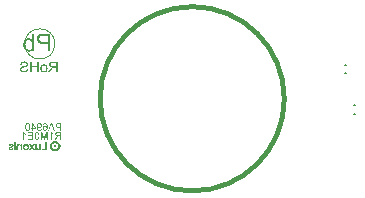
<source format=gbo>
G04*
G04 #@! TF.GenerationSoftware,Altium Limited,Altium Designer,23.3.1 (30)*
G04*
G04 Layer_Color=32896*
%FSLAX44Y44*%
%MOMM*%
G71*
G04*
G04 #@! TF.SameCoordinates,065D5753-7B19-4784-9F45-B8A4711B8C0D*
G04*
G04*
G04 #@! TF.FilePolarity,Positive*
G04*
G01*
G75*
%ADD10C,0.4000*%
%ADD34C,0.1080*%
%ADD35C,0.2000*%
G36*
X48952Y48249D02*
X48964Y48237D01*
X48976Y48221D01*
X48980Y48184D01*
X48978Y41521D01*
X48973Y41502D01*
X48962Y41491D01*
X45357Y41486D01*
X44515D01*
X44497Y41481D01*
X44459Y41491D01*
X44448Y41502D01*
X44443Y42754D01*
X44459Y42770D01*
X47501Y42774D01*
X47520Y42779D01*
X47527Y42786D01*
X47531Y48209D01*
X47541Y48242D01*
X47548Y48249D01*
X47571Y48253D01*
X47618Y48249D01*
X47632Y48253D01*
X48866Y48251D01*
X48920Y48253D01*
X48952Y48249D01*
D02*
G37*
G36*
X22015Y48251D02*
X22057Y48246D01*
X22085Y48242D01*
X22109Y48237D01*
X22146Y48228D01*
X22194Y48221D01*
X22232Y48212D01*
X22271Y48191D01*
X22329Y48170D01*
X22357Y48151D01*
X22408Y48123D01*
X22418Y48114D01*
X22460Y48081D01*
X22469Y48077D01*
X22476Y48070D01*
X22480Y48060D01*
X22492Y48049D01*
X22501Y48044D01*
X22522Y48023D01*
X22527Y48014D01*
X22555Y47986D01*
X22578Y47944D01*
X22594Y47928D01*
X22613Y47900D01*
X22629Y47856D01*
X22636Y47849D01*
X22655Y47821D01*
X22662Y47791D01*
X22667Y47772D01*
X22680Y47726D01*
X22690Y47702D01*
X22694Y47684D01*
X22699Y47670D01*
X22704Y47474D01*
X22694Y47409D01*
X22683Y47370D01*
X22669Y47333D01*
X22662Y47293D01*
X22643Y47251D01*
X22627Y47226D01*
X22611Y47181D01*
X22592Y47163D01*
X22569Y47121D01*
X22532Y47084D01*
X22527Y47074D01*
X22511Y47058D01*
X22501Y47053D01*
X22490Y47042D01*
X22485Y47032D01*
X22464Y47016D01*
X22455Y47012D01*
X22427Y46984D01*
X22385Y46960D01*
X22376Y46956D01*
X22367Y46947D01*
X22350Y46935D01*
X22306Y46919D01*
X22260Y46891D01*
X22194Y46877D01*
X22176Y46872D01*
X22136Y46860D01*
X22111Y46853D01*
X22097Y46849D01*
X22009Y46844D01*
X21995Y46839D01*
X21929Y46844D01*
X21869Y46849D01*
X21850Y46853D01*
X21797Y46870D01*
X21778Y46874D01*
X21739Y46881D01*
X21720Y46886D01*
X21697Y46895D01*
X21692D01*
X21688Y46900D01*
X21678Y46905D01*
X21671Y46912D01*
X21627Y46928D01*
X21604Y46937D01*
X21590Y46951D01*
X21548Y46974D01*
X21532Y46991D01*
X21506Y47012D01*
X21497Y47016D01*
X21425Y47088D01*
X21406Y47121D01*
X21395Y47133D01*
X21374Y47158D01*
X21369Y47167D01*
X21360Y47191D01*
X21334Y47226D01*
X21322Y47256D01*
X21318Y47274D01*
X21297Y47323D01*
X21288Y47347D01*
X21283Y47365D01*
X21278Y47402D01*
X21271Y47493D01*
X21267Y47507D01*
X21269Y47588D01*
X21274Y47644D01*
X21281Y47716D01*
X21290Y47754D01*
X21316Y47807D01*
X21327Y47856D01*
X21346Y47884D01*
X21381Y47947D01*
X21390Y47951D01*
X21402Y47967D01*
X21416Y47991D01*
X21495Y48070D01*
X21520Y48091D01*
X21529Y48095D01*
X21553Y48119D01*
X21595Y48142D01*
X21604Y48147D01*
X21613Y48156D01*
X21646Y48174D01*
X21678Y48184D01*
X21713Y48205D01*
X21736Y48214D01*
X21760Y48219D01*
X21816Y48228D01*
X21834Y48232D01*
X21864Y48239D01*
X21878Y48244D01*
X21948Y48249D01*
X21962Y48253D01*
X22015Y48251D01*
D02*
G37*
G36*
X38946Y46609D02*
X38950Y46581D01*
X38913Y46544D01*
X38908Y46535D01*
X38885Y46512D01*
X38862Y46470D01*
X38839Y46446D01*
X38820Y46414D01*
X38801Y46395D01*
X38778Y46363D01*
X38773Y46354D01*
X38750Y46330D01*
X38732Y46298D01*
X38715Y46281D01*
X38685Y46237D01*
X38680Y46228D01*
X38669Y46216D01*
X38648Y46191D01*
X38643Y46181D01*
X38615Y46153D01*
X38597Y46121D01*
X38592Y46112D01*
X38578Y46098D01*
X38555Y46065D01*
X38550Y46056D01*
X38527Y46033D01*
X38508Y46000D01*
X38480Y45972D01*
X38462Y45939D01*
X38439Y45916D01*
X38415Y45874D01*
X38392Y45851D01*
X38378Y45828D01*
X38357Y45807D01*
X38327Y45763D01*
X38322Y45753D01*
X38304Y45735D01*
X38285Y45702D01*
X38257Y45674D01*
X38239Y45642D01*
X38220Y45623D01*
X38197Y45591D01*
X38192Y45581D01*
X38169Y45558D01*
X38150Y45526D01*
X38145Y45516D01*
X38122Y45493D01*
X38108Y45470D01*
X38099Y45461D01*
X38094Y45451D01*
X38087Y45449D01*
X38080Y45442D01*
X38076Y45433D01*
X38057Y45405D01*
X38052Y45395D01*
X38034Y45377D01*
X38015Y45344D01*
X37997Y45326D01*
X37973Y45293D01*
X37969Y45284D01*
X37945Y45260D01*
X37927Y45228D01*
X37911Y45212D01*
X37880Y45167D01*
X37876Y45158D01*
X37857Y45139D01*
X37843Y45116D01*
X37834Y45107D01*
X37829Y45098D01*
X37822Y45095D01*
X37792Y45051D01*
X37787Y45042D01*
X37769Y45023D01*
X37750Y44991D01*
X37722Y44963D01*
X37704Y44930D01*
X37685Y44912D01*
X37662Y44879D01*
X37657Y44870D01*
X37634Y44847D01*
X37629Y44837D01*
X37611Y44809D01*
X37606Y44800D01*
X37587Y44781D01*
X37562Y44742D01*
X37552Y44737D01*
X37522Y44693D01*
X37518Y44684D01*
X37499Y44665D01*
X37480Y44633D01*
X37462Y44614D01*
X37439Y44581D01*
X37434Y44572D01*
X37411Y44549D01*
X37392Y44516D01*
X37364Y44488D01*
X37345Y44456D01*
X37341Y44447D01*
X37332Y44437D01*
X37299Y44395D01*
X37294Y44386D01*
X37280Y44377D01*
X37262Y44344D01*
X37246Y44328D01*
X37215Y44284D01*
X37211Y44274D01*
X37187Y44251D01*
X37169Y44219D01*
X37136Y44186D01*
X37118Y44153D01*
X37113Y44135D01*
X37132Y44093D01*
X37136Y44084D01*
X37155Y44065D01*
X37178Y44033D01*
X37183Y44023D01*
X37201Y44005D01*
X37218Y43979D01*
X37236Y43951D01*
X37246Y43946D01*
X37266Y43912D01*
X37294Y43884D01*
X37313Y43851D01*
X37329Y43835D01*
X37359Y43791D01*
X37364Y43781D01*
X37387Y43758D01*
X37406Y43726D01*
X37429Y43702D01*
X37443Y43679D01*
X37471Y43651D01*
X37494Y43609D01*
X37518Y43586D01*
X37536Y43554D01*
X37550Y43540D01*
X37583Y43498D01*
X37587Y43488D01*
X37606Y43470D01*
X37625Y43437D01*
X37634Y43428D01*
X37666Y43386D01*
X37671Y43377D01*
X37680Y43368D01*
X37713Y43326D01*
X37718Y43316D01*
X37741Y43293D01*
X37759Y43260D01*
X37776Y43244D01*
X37806Y43200D01*
X37811Y43191D01*
X37834Y43167D01*
X37848Y43144D01*
X37866Y43126D01*
X37890Y43093D01*
X37894Y43084D01*
X37906Y43072D01*
X37936Y43028D01*
X37941Y43019D01*
X37964Y42995D01*
X37990Y42956D01*
X37999Y42951D01*
X38006Y42944D01*
X38029Y42902D01*
X38052Y42879D01*
X38071Y42846D01*
X38099Y42819D01*
X38118Y42786D01*
X38136Y42768D01*
X38159Y42735D01*
X38164Y42726D01*
X38180Y42709D01*
X38211Y42665D01*
X38215Y42656D01*
X38234Y42637D01*
X38248Y42614D01*
X38276Y42586D01*
X38294Y42554D01*
X38311Y42537D01*
X38341Y42493D01*
X38345Y42484D01*
X38369Y42460D01*
X38387Y42428D01*
X38394Y42421D01*
X38404Y42416D01*
X38425Y42386D01*
X38429Y42377D01*
X38436Y42370D01*
X38457Y42344D01*
X38476Y42312D01*
X38494Y42293D01*
X38518Y42260D01*
X38522Y42251D01*
X38541Y42233D01*
X38564Y42200D01*
X38569Y42191D01*
X38583Y42177D01*
X38606Y42144D01*
X38611Y42135D01*
X38634Y42112D01*
X38653Y42079D01*
X38671Y42060D01*
X38694Y42028D01*
X38699Y42019D01*
X38722Y41995D01*
X38741Y41963D01*
X38750Y41954D01*
X38755Y41944D01*
X38762Y41942D01*
X38769Y41930D01*
X38794Y41891D01*
X38811Y41879D01*
X38829Y41846D01*
X38857Y41819D01*
X38880Y41777D01*
X38904Y41754D01*
X38922Y41721D01*
X38939Y41705D01*
X38960Y41679D01*
X38964Y41670D01*
X38987Y41646D01*
X39011Y41605D01*
X39034Y41581D01*
X39053Y41549D01*
X39085Y41516D01*
X39083Y41491D01*
X39066Y41484D01*
X37650Y41486D01*
X37618Y41481D01*
X37580Y41491D01*
X37562Y41509D01*
X37552Y41514D01*
X37545Y41521D01*
X37527Y41554D01*
X37504Y41577D01*
X37480Y41609D01*
X37476Y41619D01*
X37462Y41633D01*
X37439Y41665D01*
X37434Y41674D01*
X37411Y41698D01*
X37392Y41730D01*
X37364Y41758D01*
X37350Y41781D01*
X37334Y41798D01*
X37304Y41842D01*
X37299Y41851D01*
X37276Y41874D01*
X37257Y41907D01*
X37229Y41935D01*
X37215Y41958D01*
X37187Y41986D01*
X37183Y41995D01*
X37164Y42023D01*
X37160Y42033D01*
X37141Y42051D01*
X37122Y42084D01*
X37106Y42100D01*
X37085Y42126D01*
X37080Y42135D01*
X37053Y42163D01*
X37034Y42195D01*
X37018Y42212D01*
X36987Y42256D01*
X36983Y42265D01*
X36971Y42277D01*
X36950Y42302D01*
X36946Y42312D01*
X36918Y42340D01*
X36899Y42372D01*
X36876Y42395D01*
X36857Y42428D01*
X36848Y42437D01*
X36815Y42479D01*
X36811Y42488D01*
X36783Y42516D01*
X36764Y42549D01*
X36741Y42572D01*
X36722Y42605D01*
X36704Y42623D01*
X36680Y42656D01*
X36676Y42665D01*
X36657Y42684D01*
X36634Y42716D01*
X36629Y42726D01*
X36622Y42733D01*
X36613Y42737D01*
X36587Y42777D01*
X36583Y42786D01*
X36560Y42809D01*
X36541Y42842D01*
X36518Y42865D01*
X36504Y42888D01*
X36494Y42898D01*
X36490Y42907D01*
X36483Y42909D01*
X36476Y42916D01*
X36457Y42949D01*
X36446Y42961D01*
X36425Y42986D01*
X36406Y43019D01*
X36385Y43039D01*
X36362Y43077D01*
X36339Y43091D01*
X36306Y43077D01*
X36276Y43033D01*
X36271Y43023D01*
X36248Y43000D01*
X36222Y42961D01*
X36206Y42949D01*
X36187Y42916D01*
X36164Y42893D01*
X36141Y42851D01*
X36118Y42828D01*
X36099Y42795D01*
X36076Y42772D01*
X36052Y42740D01*
X36048Y42730D01*
X36034Y42716D01*
X36011Y42684D01*
X36006Y42674D01*
X35999Y42667D01*
X35978Y42642D01*
X35959Y42609D01*
X35952Y42602D01*
X35943Y42598D01*
X35922Y42568D01*
X35918Y42558D01*
X35901Y42542D01*
X35871Y42498D01*
X35866Y42488D01*
X35848Y42470D01*
X35829Y42437D01*
X35806Y42414D01*
X35794Y42398D01*
X35776Y42370D01*
X35766Y42365D01*
X35741Y42326D01*
X35736Y42316D01*
X35713Y42293D01*
X35708Y42284D01*
X35690Y42256D01*
X35685Y42246D01*
X35678Y42244D01*
X35671Y42237D01*
X35652Y42205D01*
X35625Y42177D01*
X35606Y42144D01*
X35597Y42135D01*
X35592Y42126D01*
X35585Y42123D01*
X35578Y42112D01*
X35559Y42079D01*
X35532Y42051D01*
X35527Y42042D01*
X35506Y42012D01*
X35497Y42007D01*
X35471Y41968D01*
X35466Y41958D01*
X35448Y41940D01*
X35429Y41907D01*
X35401Y41879D01*
X35383Y41846D01*
X35364Y41828D01*
X35341Y41795D01*
X35336Y41786D01*
X35329Y41779D01*
X35308Y41754D01*
X35290Y41721D01*
X35266Y41698D01*
X35252Y41674D01*
X35232Y41653D01*
X35201Y41609D01*
X35197Y41600D01*
X35178Y41581D01*
X35159Y41549D01*
X35122Y41512D01*
X35118Y41502D01*
X35104Y41488D01*
X35085Y41484D01*
X33571Y41486D01*
X33552Y41491D01*
X33541Y41502D01*
X33546Y41521D01*
X33564Y41549D01*
X33569Y41558D01*
X33581Y41570D01*
X33601Y41595D01*
X33606Y41605D01*
X33629Y41628D01*
X33653Y41670D01*
X33676Y41693D01*
X33694Y41726D01*
X33722Y41754D01*
X33741Y41786D01*
X33769Y41814D01*
X33787Y41846D01*
X33792Y41856D01*
X33806Y41870D01*
X33829Y41902D01*
X33834Y41912D01*
X33853Y41930D01*
X33876Y41963D01*
X33881Y41972D01*
X33894Y41986D01*
X33918Y42019D01*
X33922Y42028D01*
X33946Y42051D01*
X33950Y42060D01*
X33969Y42088D01*
X33974Y42098D01*
X33981Y42100D01*
X33987Y42107D01*
X34006Y42140D01*
X34034Y42168D01*
X34057Y42209D01*
X34080Y42233D01*
X34099Y42265D01*
X34118Y42284D01*
X34141Y42316D01*
X34146Y42326D01*
X34169Y42349D01*
X34187Y42381D01*
X34204Y42398D01*
X34234Y42442D01*
X34239Y42451D01*
X34250Y42463D01*
X34271Y42488D01*
X34276Y42498D01*
X34292Y42514D01*
X34322Y42558D01*
X34327Y42568D01*
X34346Y42586D01*
X34364Y42619D01*
X34392Y42646D01*
X34411Y42679D01*
X34439Y42707D01*
X34457Y42740D01*
X34462Y42749D01*
X34476Y42763D01*
X34499Y42795D01*
X34504Y42805D01*
X34527Y42828D01*
X34541Y42851D01*
X34550Y42860D01*
X34555Y42870D01*
X34562Y42872D01*
X34587Y42912D01*
X34592Y42921D01*
X34611Y42940D01*
X34615Y42949D01*
X34639Y42981D01*
X34643Y42991D01*
X34650Y42993D01*
X34657Y43000D01*
X34676Y43033D01*
X34704Y43060D01*
X34727Y43102D01*
X34750Y43126D01*
X34769Y43158D01*
X34787Y43177D01*
X34811Y43209D01*
X34815Y43219D01*
X34839Y43242D01*
X34857Y43274D01*
X34873Y43291D01*
X34904Y43335D01*
X34908Y43344D01*
X34915Y43351D01*
X34925Y43356D01*
X34941Y43381D01*
X34945Y43391D01*
X34962Y43407D01*
X34992Y43451D01*
X34997Y43460D01*
X35015Y43479D01*
X35034Y43512D01*
X35062Y43540D01*
X35080Y43572D01*
X35104Y43595D01*
X35122Y43628D01*
X35132Y43637D01*
X35136Y43646D01*
X35145Y43656D01*
X35169Y43688D01*
X35173Y43698D01*
X35197Y43721D01*
X35211Y43744D01*
X35227Y43760D01*
X35257Y43805D01*
X35262Y43814D01*
X35280Y43833D01*
X35299Y43865D01*
X35308Y43874D01*
X35313Y43884D01*
X35320Y43886D01*
X35327Y43893D01*
X35345Y43926D01*
X35373Y43953D01*
X35397Y43995D01*
X35413Y44012D01*
X35434Y44037D01*
X35439Y44079D01*
X35429Y44102D01*
X35425Y44112D01*
X35397Y44139D01*
X35378Y44172D01*
X35373Y44181D01*
X35355Y44200D01*
X35336Y44233D01*
X35322Y44247D01*
X35290Y44288D01*
X35285Y44298D01*
X35273Y44309D01*
X35243Y44353D01*
X35239Y44363D01*
X35225Y44377D01*
X35201Y44409D01*
X35197Y44419D01*
X35190Y44426D01*
X35180Y44430D01*
X35164Y44460D01*
X35155Y44470D01*
X35150Y44479D01*
X35139Y44491D01*
X35108Y44535D01*
X35104Y44544D01*
X35097Y44551D01*
X35076Y44577D01*
X35071Y44586D01*
X35043Y44614D01*
X35025Y44647D01*
X35020Y44656D01*
X34997Y44679D01*
X34992Y44688D01*
X34973Y44716D01*
X34941Y44758D01*
X34936Y44767D01*
X34908Y44795D01*
X34890Y44828D01*
X34885Y44837D01*
X34866Y44856D01*
X34848Y44888D01*
X34829Y44907D01*
X34806Y44939D01*
X34801Y44949D01*
X34778Y44972D01*
X34760Y45005D01*
X34750Y45014D01*
X34746Y45023D01*
X34732Y45037D01*
X34713Y45070D01*
X34694Y45088D01*
X34671Y45121D01*
X34667Y45130D01*
X34657Y45139D01*
X34655Y45142D01*
X34639Y45158D01*
X34620Y45191D01*
X34615Y45200D01*
X34597Y45219D01*
X34578Y45251D01*
X34560Y45270D01*
X34536Y45302D01*
X34532Y45312D01*
X34504Y45339D01*
X34485Y45372D01*
X34480Y45381D01*
X34462Y45400D01*
X34443Y45433D01*
X34425Y45451D01*
X34401Y45484D01*
X34397Y45493D01*
X34380Y45509D01*
X34350Y45553D01*
X34346Y45563D01*
X34327Y45581D01*
X34308Y45614D01*
X34290Y45633D01*
X34267Y45665D01*
X34262Y45674D01*
X34239Y45698D01*
X34234Y45707D01*
X34215Y45735D01*
X34211Y45744D01*
X34201Y45753D01*
X34178Y45786D01*
X34174Y45795D01*
X34155Y45814D01*
X34132Y45847D01*
X34127Y45856D01*
X34104Y45879D01*
X34085Y45912D01*
X34080Y45921D01*
X34067Y45935D01*
X34043Y45967D01*
X34039Y45977D01*
X34020Y45995D01*
X33997Y46028D01*
X33992Y46037D01*
X33969Y46060D01*
X33950Y46093D01*
X33946Y46102D01*
X33932Y46116D01*
X33908Y46149D01*
X33904Y46158D01*
X33897Y46165D01*
X33887Y46170D01*
X33862Y46209D01*
X33857Y46219D01*
X33834Y46242D01*
X33815Y46274D01*
X33811Y46284D01*
X33804Y46291D01*
X33794Y46295D01*
X33767Y46342D01*
X33757Y46347D01*
X33727Y46391D01*
X33722Y46400D01*
X33706Y46416D01*
X33674Y46467D01*
X33664Y46472D01*
X33639Y46512D01*
X33634Y46521D01*
X33601Y46554D01*
X33597Y46563D01*
X33583Y46577D01*
X33578Y46600D01*
X33590Y46612D01*
X35045Y46616D01*
X35078Y46612D01*
X35097Y46607D01*
X35108Y46595D01*
X35127Y46563D01*
X35132Y46554D01*
X35150Y46535D01*
X35169Y46502D01*
X35197Y46474D01*
X35215Y46442D01*
X35243Y46414D01*
X35262Y46381D01*
X35266Y46372D01*
X35285Y46354D01*
X35304Y46321D01*
X35332Y46293D01*
X35350Y46260D01*
X35373Y46237D01*
X35392Y46205D01*
X35406Y46191D01*
X35411Y46181D01*
X35420Y46172D01*
X35439Y46139D01*
X35452Y46125D01*
X35485Y46084D01*
X35490Y46074D01*
X35513Y46051D01*
X35532Y46019D01*
X35536Y46009D01*
X35543Y46007D01*
X35573Y45963D01*
X35578Y45953D01*
X35585Y45946D01*
X35594Y45942D01*
X35620Y45902D01*
X35625Y45893D01*
X35643Y45874D01*
X35662Y45842D01*
X35685Y45819D01*
X35704Y45786D01*
X35713Y45777D01*
X35718Y45767D01*
X35725Y45765D01*
X35745Y45735D01*
X35750Y45726D01*
X35757Y45719D01*
X35778Y45693D01*
X35797Y45660D01*
X35820Y45637D01*
X35839Y45605D01*
X35857Y45586D01*
X35880Y45553D01*
X35885Y45544D01*
X35897Y45532D01*
X35927Y45488D01*
X35932Y45479D01*
X35955Y45456D01*
X35973Y45423D01*
X35997Y45400D01*
X36015Y45367D01*
X36032Y45351D01*
X36062Y45307D01*
X36067Y45298D01*
X36090Y45274D01*
X36108Y45242D01*
X36127Y45223D01*
X36150Y45191D01*
X36155Y45181D01*
X36162Y45174D01*
X36183Y45149D01*
X36187Y45139D01*
X36197Y45116D01*
X36213Y45105D01*
X36232Y45109D01*
X36250Y45128D01*
X36271Y45153D01*
X36285Y45177D01*
X36308Y45200D01*
X36327Y45233D01*
X36336Y45242D01*
X36341Y45251D01*
X36350Y45260D01*
X36373Y45293D01*
X36378Y45302D01*
X36401Y45326D01*
X36415Y45349D01*
X36443Y45377D01*
X36466Y45419D01*
X36490Y45442D01*
X36508Y45474D01*
X36536Y45502D01*
X36555Y45535D01*
X36583Y45563D01*
X36601Y45595D01*
X36606Y45605D01*
X36625Y45623D01*
X36643Y45656D01*
X36667Y45679D01*
X36690Y45712D01*
X36694Y45721D01*
X36713Y45739D01*
X36732Y45772D01*
X36753Y45793D01*
X36785Y45844D01*
X36794Y45849D01*
X36801Y45856D01*
X36820Y45888D01*
X36848Y45916D01*
X36867Y45949D01*
X36871Y45958D01*
X36885Y45972D01*
X36908Y46005D01*
X36913Y46014D01*
X36932Y46033D01*
X36955Y46065D01*
X36960Y46074D01*
X36983Y46098D01*
X37001Y46130D01*
X37008Y46137D01*
X37029Y46163D01*
X37048Y46195D01*
X37060Y46207D01*
X37069Y46212D01*
X37085Y46242D01*
X37113Y46270D01*
X37136Y46312D01*
X37160Y46335D01*
X37178Y46367D01*
X37206Y46395D01*
X37225Y46428D01*
X37248Y46451D01*
X37266Y46484D01*
X37276Y46493D01*
X37280Y46502D01*
X37294Y46516D01*
X37313Y46549D01*
X37341Y46577D01*
X37355Y46600D01*
X37371Y46612D01*
X38920Y46616D01*
X38946Y46609D01*
D02*
G37*
G36*
X55959Y49060D02*
X56080Y49056D01*
X56141Y49051D01*
X56192Y49047D01*
X56229Y49042D01*
X56252Y49037D01*
X56313Y49028D01*
X56359Y49023D01*
X56473Y49016D01*
X56492Y49012D01*
X56524Y49007D01*
X56543Y49002D01*
X56569Y48995D01*
X56587Y48991D01*
X56617Y48984D01*
X56631Y48979D01*
X56697Y48974D01*
X56715Y48970D01*
X56748Y48965D01*
X56801Y48949D01*
X56824Y48939D01*
X56855Y48932D01*
X56920Y48923D01*
X56938Y48919D01*
X56978Y48902D01*
X57001Y48893D01*
X57020Y48888D01*
X57069Y48881D01*
X57087Y48877D01*
X57141Y48851D01*
X57159Y48847D01*
X57194Y48840D01*
X57227Y48830D01*
X57276Y48805D01*
X57294Y48800D01*
X57334Y48793D01*
X57357Y48784D01*
X57385Y48765D01*
X57401Y48758D01*
X57450Y48747D01*
X57483Y48733D01*
X57494Y48721D01*
X57538Y48705D01*
X57557Y48700D01*
X57583Y48688D01*
X57620Y48665D01*
X57650Y48658D01*
X57673Y48649D01*
X57680Y48642D01*
X57717Y48619D01*
X57748Y48612D01*
X57776Y48593D01*
X57792Y48581D01*
X57822Y48570D01*
X57848Y48558D01*
X57873Y48537D01*
X57924Y48519D01*
X57931Y48512D01*
X57957Y48491D01*
X58004Y48472D01*
X58017Y48458D01*
X58069Y48430D01*
X58078Y48425D01*
X58092Y48412D01*
X58143Y48384D01*
X58152Y48379D01*
X58155Y48372D01*
X58162Y48365D01*
X58204Y48342D01*
X58213Y48337D01*
X58227Y48323D01*
X58278Y48295D01*
X58289Y48284D01*
X58294Y48274D01*
X58334Y48253D01*
X58357Y48230D01*
X58399Y48207D01*
X58415Y48191D01*
X58441Y48170D01*
X58450Y48165D01*
X58466Y48149D01*
X58492Y48128D01*
X58501Y48123D01*
X58529Y48095D01*
X58552Y48081D01*
X58585Y48049D01*
X58594Y48044D01*
X58604Y48035D01*
X58613Y48030D01*
X58641Y48002D01*
X58650Y47998D01*
X58659Y47988D01*
X58669Y47984D01*
X58706Y47947D01*
X58715Y47942D01*
X58727Y47930D01*
X58731Y47921D01*
X58743Y47909D01*
X58752Y47905D01*
X58799Y47858D01*
X58808Y47853D01*
X58815Y47846D01*
X58820Y47837D01*
X58829Y47828D01*
X58857Y47805D01*
X58862Y47795D01*
X58892Y47765D01*
X58901Y47760D01*
X58903Y47754D01*
X58913Y47744D01*
X58917Y47735D01*
X58924Y47728D01*
X58934Y47723D01*
X58950Y47707D01*
X58955Y47698D01*
X58992Y47660D01*
X58997Y47651D01*
X59022Y47626D01*
X59043Y47600D01*
X59048Y47591D01*
X59069Y47570D01*
X59089Y47544D01*
X59094Y47535D01*
X59122Y47507D01*
X59136Y47484D01*
X59169Y47451D01*
X59194Y47412D01*
X59210Y47400D01*
X59229Y47367D01*
X59234Y47358D01*
X59255Y47337D01*
X59287Y47286D01*
X59296Y47281D01*
X59303Y47270D01*
X59322Y47237D01*
X59336Y47223D01*
X59341Y47214D01*
X59352Y47202D01*
X59364Y47172D01*
X59376Y47160D01*
X59399Y47133D01*
X59410Y47102D01*
X59424Y47088D01*
X59429Y47079D01*
X59438Y47070D01*
X59443Y47060D01*
X59457Y47028D01*
X59482Y47002D01*
X59494Y46972D01*
X59503Y46949D01*
X59517Y46935D01*
X59529Y46919D01*
X59541Y46888D01*
X59578Y46832D01*
X59583Y46814D01*
X59597Y46781D01*
X59606Y46772D01*
X59617Y46756D01*
X59634Y46712D01*
X59645Y46691D01*
X59669Y46653D01*
X59676Y46619D01*
X59694Y46591D01*
X59710Y46565D01*
X59717Y46540D01*
X59736Y46498D01*
X59752Y46472D01*
X59764Y46423D01*
X59799Y46356D01*
X59810Y46302D01*
X59841Y46244D01*
X59845Y46226D01*
X59857Y46172D01*
X59875Y46130D01*
X59882Y46123D01*
X59889Y46098D01*
X59894Y46079D01*
X59899Y46047D01*
X59903Y46028D01*
X59929Y45970D01*
X59934Y45951D01*
X59941Y45912D01*
X59950Y45856D01*
X59966Y45816D01*
X59976Y45793D01*
X59983Y45749D01*
X59987Y45716D01*
X59992Y45670D01*
X60001Y45647D01*
X60027Y45626D01*
X60055Y45621D01*
X60073Y45616D01*
X60087Y45621D01*
X61192Y45619D01*
X61250Y45621D01*
X61273Y45612D01*
X61278Y45593D01*
X61276Y44051D01*
X61280Y44037D01*
X61276Y44005D01*
X61262Y43991D01*
X60069Y43993D01*
X60036Y43988D01*
X60013Y43979D01*
X60003Y43970D01*
X59994Y43946D01*
X59990Y43923D01*
X59983Y43865D01*
X59978Y43833D01*
X59973Y43814D01*
X59962Y43784D01*
X59952Y43760D01*
X59945Y43735D01*
X59941Y43716D01*
X59936Y43670D01*
X59927Y43637D01*
X59915Y43612D01*
X59906Y43588D01*
X59899Y43563D01*
X59894Y43544D01*
X59889Y43512D01*
X59864Y43453D01*
X59855Y43430D01*
X59850Y43402D01*
X59843Y43372D01*
X59813Y43314D01*
X59806Y43284D01*
X59797Y43251D01*
X59787Y43228D01*
X59776Y43216D01*
X59766Y43193D01*
X59759Y43163D01*
X59750Y43130D01*
X59741Y43121D01*
X59736Y43112D01*
X59729Y43105D01*
X59720Y43081D01*
X59713Y43046D01*
X59694Y43019D01*
X59676Y42986D01*
X59666Y42949D01*
X59634Y42902D01*
X59629Y42884D01*
X59615Y42851D01*
X59610Y42842D01*
X59601Y42833D01*
X59597Y42823D01*
X59590Y42816D01*
X59583Y42791D01*
X59573Y42768D01*
X59559Y42754D01*
X59541Y42721D01*
X59527Y42688D01*
X59522Y42679D01*
X59503Y42660D01*
X59499Y42651D01*
X59478Y42602D01*
X59469Y42598D01*
X59457Y42581D01*
X59452Y42572D01*
X59438Y42540D01*
X59424Y42526D01*
X59397Y42474D01*
X59378Y42456D01*
X59350Y42405D01*
X59331Y42386D01*
X59308Y42344D01*
X59285Y42321D01*
X59266Y42288D01*
X59259Y42281D01*
X59238Y42256D01*
X59220Y42223D01*
X59194Y42198D01*
X59171Y42161D01*
X59162Y42156D01*
X59141Y42130D01*
X59136Y42121D01*
X59115Y42100D01*
X59094Y42074D01*
X59089Y42065D01*
X59080Y42056D01*
X59076Y42046D01*
X59048Y42019D01*
X59043Y42009D01*
X59010Y41977D01*
X59006Y41968D01*
X58997Y41958D01*
X58992Y41949D01*
X58985Y41942D01*
X58976Y41937D01*
X58964Y41926D01*
X58959Y41916D01*
X58950Y41907D01*
X58945Y41898D01*
X58938Y41895D01*
X58917Y41874D01*
X58913Y41865D01*
X58892Y41844D01*
X58882Y41839D01*
X58876Y41833D01*
X58871Y41823D01*
X58850Y41802D01*
X58834Y41791D01*
X58829Y41781D01*
X58804Y41756D01*
X58794Y41751D01*
X58783Y41740D01*
X58778Y41730D01*
X58766Y41719D01*
X58757Y41714D01*
X58710Y41667D01*
X58701Y41663D01*
X58685Y41646D01*
X58680Y41637D01*
X58664Y41626D01*
X58655Y41621D01*
X58622Y41588D01*
X58613Y41584D01*
X58604Y41574D01*
X58594Y41570D01*
X58566Y41542D01*
X58557Y41537D01*
X58548Y41528D01*
X58538Y41523D01*
X58515Y41500D01*
X58492Y41486D01*
X58464Y41458D01*
X58448Y41446D01*
X58420Y41428D01*
X58415Y41419D01*
X58399Y41407D01*
X58366Y41388D01*
X58357Y41384D01*
X58338Y41365D01*
X58306Y41347D01*
X58278Y41319D01*
X58238Y41298D01*
X58213Y41277D01*
X58171Y41253D01*
X58157Y41240D01*
X58124Y41216D01*
X58106Y41212D01*
X58096Y41202D01*
X58087Y41198D01*
X58078Y41188D01*
X58055Y41175D01*
X58031Y41165D01*
X58017Y41151D01*
X57976Y41128D01*
X57952Y41119D01*
X57938Y41105D01*
X57922Y41093D01*
X57892Y41081D01*
X57866Y41070D01*
X57841Y41049D01*
X57804Y41035D01*
X57780Y41026D01*
X57771Y41016D01*
X57755Y41005D01*
X57724Y40993D01*
X57706Y40988D01*
X57678Y40970D01*
X57645Y40951D01*
X57608Y40942D01*
X57576Y40919D01*
X57552Y40909D01*
X57520Y40900D01*
X57499Y40893D01*
X57471Y40874D01*
X57441Y40863D01*
X57422Y40858D01*
X57389Y40849D01*
X57362Y40830D01*
X57345Y40823D01*
X57320Y40816D01*
X57301Y40812D01*
X57269Y40802D01*
X57229Y40781D01*
X57180Y40770D01*
X57143Y40760D01*
X57090Y40735D01*
X57055Y40728D01*
X57036Y40723D01*
X57003Y40719D01*
X56964Y40702D01*
X56941Y40693D01*
X56911Y40686D01*
X56892Y40681D01*
X56845Y40677D01*
X56806Y40665D01*
X56769Y40651D01*
X56750Y40647D01*
X56727Y40642D01*
X56659Y40635D01*
X56641Y40630D01*
X56608Y40626D01*
X56583Y40619D01*
X56527Y40605D01*
X56504Y40600D01*
X56396Y40591D01*
X56341Y40586D01*
X56299Y40581D01*
X56271Y40577D01*
X56210Y40567D01*
X56169Y40563D01*
X56073Y40556D01*
X56059Y40551D01*
X55610Y40553D01*
X55483Y40565D01*
X55464Y40570D01*
X55401Y40577D01*
X55373Y40581D01*
X55336Y40586D01*
X55255Y40593D01*
X55180Y40598D01*
X55124Y40612D01*
X55099Y40619D01*
X55080Y40623D01*
X55029Y40633D01*
X54945Y40642D01*
X54908Y40651D01*
X54878Y40663D01*
X54855Y40672D01*
X54811Y40679D01*
X54773Y40684D01*
X54750Y40688D01*
X54731Y40693D01*
X54680Y40716D01*
X54662Y40721D01*
X54618Y40728D01*
X54580Y40737D01*
X54520Y40765D01*
X54501Y40770D01*
X54469Y40774D01*
X54411Y40800D01*
X54387Y40809D01*
X54357Y40816D01*
X54338Y40821D01*
X54306Y40835D01*
X54290Y40847D01*
X54266Y40856D01*
X54231Y40863D01*
X54190Y40881D01*
X54173Y40893D01*
X54150Y40902D01*
X54120Y40909D01*
X54096Y40919D01*
X54087Y40928D01*
X54055Y40946D01*
X54036Y40951D01*
X54004Y40960D01*
X53994Y40970D01*
X53969Y40986D01*
X53938Y40998D01*
X53920Y41002D01*
X53910Y41012D01*
X53901Y41016D01*
X53890Y41028D01*
X53831Y41049D01*
X53822Y41058D01*
X53813Y41063D01*
X53804Y41072D01*
X53794Y41077D01*
X53748Y41095D01*
X53734Y41109D01*
X53692Y41133D01*
X53673Y41137D01*
X53666Y41144D01*
X53641Y41165D01*
X53631Y41170D01*
X53599Y41184D01*
X53585Y41198D01*
X53534Y41226D01*
X53515Y41244D01*
X53464Y41272D01*
X53455Y41277D01*
X53441Y41291D01*
X53408Y41309D01*
X53399Y41319D01*
X53390Y41323D01*
X53387Y41330D01*
X53380Y41337D01*
X53348Y41356D01*
X53338Y41361D01*
X53315Y41384D01*
X53283Y41402D01*
X53273Y41407D01*
X53250Y41430D01*
X53227Y41444D01*
X53199Y41472D01*
X53176Y41486D01*
X53155Y41507D01*
X53129Y41528D01*
X53120Y41533D01*
X53092Y41561D01*
X53083Y41565D01*
X53073Y41574D01*
X53064Y41579D01*
X53036Y41607D01*
X53027Y41612D01*
X53018Y41621D01*
X53008Y41626D01*
X52971Y41663D01*
X52962Y41667D01*
X52945Y41684D01*
X52941Y41693D01*
X52934Y41700D01*
X52924Y41705D01*
X52873Y41756D01*
X52864Y41761D01*
X52857Y41768D01*
X52852Y41777D01*
X52836Y41793D01*
X52827Y41798D01*
X52815Y41809D01*
X52811Y41819D01*
X52764Y41865D01*
X52759Y41874D01*
X52752Y41881D01*
X52743Y41886D01*
X52727Y41902D01*
X52722Y41912D01*
X52676Y41958D01*
X52671Y41968D01*
X52643Y41995D01*
X52638Y42005D01*
X52629Y42014D01*
X52625Y42023D01*
X52604Y42044D01*
X52583Y42070D01*
X52578Y42079D01*
X52550Y42107D01*
X52536Y42130D01*
X52508Y42158D01*
X52494Y42181D01*
X52466Y42209D01*
X52448Y42242D01*
X52438Y42251D01*
X52434Y42260D01*
X52415Y42279D01*
X52397Y42312D01*
X52392Y42321D01*
X52385Y42323D01*
X52355Y42368D01*
X52350Y42377D01*
X52331Y42395D01*
X52311Y42435D01*
X52308Y42437D01*
Y42442D01*
X52290Y42460D01*
X52262Y42512D01*
X52248Y42526D01*
X52220Y42577D01*
X52215Y42586D01*
X52201Y42600D01*
X52183Y42633D01*
X52173Y42656D01*
X52169Y42665D01*
X52155Y42679D01*
X52141Y42702D01*
X52127Y42735D01*
X52122Y42744D01*
X52113Y42754D01*
X52101Y42770D01*
X52090Y42800D01*
X52080Y42823D01*
X52071Y42833D01*
X52066Y42842D01*
X52059Y42849D01*
X52050Y42872D01*
X52043Y42898D01*
X52024Y42926D01*
X52013Y42942D01*
X52001Y42972D01*
X51992Y43005D01*
X51983Y43014D01*
X51978Y43023D01*
X51971Y43030D01*
X51962Y43053D01*
X51955Y43084D01*
X51943Y43109D01*
X51922Y43135D01*
X51908Y43191D01*
X51901Y43212D01*
X51878Y43249D01*
X51866Y43298D01*
X51852Y43330D01*
X51848Y43340D01*
X51841Y43347D01*
X51831Y43370D01*
X51827Y43393D01*
X51822Y43421D01*
X51815Y43451D01*
X51794Y43486D01*
X51785Y43509D01*
X51778Y43554D01*
X51769Y43591D01*
X51757Y43616D01*
X51743Y43653D01*
X51736Y43684D01*
X51727Y43740D01*
X51715Y43779D01*
X51699Y43823D01*
X51694Y43842D01*
X51690Y43874D01*
X51685Y43921D01*
X51676Y43958D01*
X51664Y43998D01*
X51655Y44035D01*
X51650Y44063D01*
X51643Y44149D01*
X51638Y44167D01*
X51631Y44230D01*
X51622Y44277D01*
X51617Y44295D01*
X51608Y44356D01*
X51604Y44416D01*
X51597Y44623D01*
X51592Y44781D01*
X51597Y44939D01*
X51601Y45126D01*
X51606Y45228D01*
X51613Y45291D01*
X51617Y45314D01*
X51622Y45332D01*
X51627Y45356D01*
X51636Y45412D01*
X51643Y45470D01*
X51652Y45563D01*
X51666Y45619D01*
X51673Y45644D01*
X51683Y45681D01*
X51690Y45735D01*
X51694Y45753D01*
X51699Y45786D01*
X51706Y45812D01*
X51725Y45863D01*
X51736Y45916D01*
X51741Y45949D01*
X51745Y45967D01*
X51764Y46009D01*
X51773Y46033D01*
X51783Y46093D01*
X51787Y46112D01*
X51803Y46142D01*
X51817Y46170D01*
X51822Y46193D01*
X51829Y46233D01*
X51843Y46265D01*
X51862Y46298D01*
X51876Y46354D01*
X51906Y46412D01*
X51913Y46437D01*
X51922Y46474D01*
X51945Y46507D01*
X51952Y46523D01*
X51959Y46549D01*
X51978Y46591D01*
X52001Y46632D01*
X52006Y46651D01*
X52020Y46684D01*
X52036Y46700D01*
X52052Y46744D01*
X52062Y46767D01*
X52071Y46777D01*
X52083Y46793D01*
X52099Y46837D01*
X52118Y46865D01*
X52136Y46898D01*
X52145Y46921D01*
X52155Y46930D01*
X52159Y46940D01*
X52176Y46960D01*
X52190Y46998D01*
X52210Y47023D01*
X52234Y47065D01*
X52238Y47074D01*
X52252Y47088D01*
X52257Y47098D01*
X52264Y47105D01*
X52276Y47135D01*
X52287Y47147D01*
X52308Y47172D01*
X52313Y47181D01*
X52322Y47205D01*
X52345Y47228D01*
X52369Y47270D01*
X52392Y47293D01*
X52415Y47335D01*
X52429Y47349D01*
X52452Y47381D01*
X52457Y47391D01*
X52473Y47407D01*
X52494Y47432D01*
X52499Y47442D01*
X52515Y47458D01*
X52536Y47484D01*
X52541Y47493D01*
X52569Y47521D01*
X52573Y47530D01*
X52583Y47540D01*
X52587Y47549D01*
X52615Y47577D01*
X52620Y47586D01*
X52629Y47595D01*
X52634Y47605D01*
X52655Y47626D01*
X52676Y47651D01*
X52680Y47660D01*
X52692Y47672D01*
X52701Y47677D01*
X52708Y47684D01*
X52713Y47693D01*
X52759Y47740D01*
X52764Y47749D01*
X52776Y47760D01*
X52785Y47765D01*
X52801Y47781D01*
X52806Y47791D01*
X52827Y47812D01*
X52836Y47816D01*
X52843Y47823D01*
X52848Y47832D01*
X52869Y47853D01*
X52878Y47858D01*
X52894Y47874D01*
X52899Y47884D01*
X52910Y47895D01*
X52920Y47900D01*
X52962Y47942D01*
X52971Y47947D01*
X53008Y47984D01*
X53018Y47988D01*
X53038Y48009D01*
X53064Y48030D01*
X53073Y48035D01*
X53094Y48056D01*
X53120Y48077D01*
X53129Y48081D01*
X53157Y48109D01*
X53173Y48121D01*
X53201Y48140D01*
X53206Y48149D01*
X53213Y48156D01*
X53245Y48174D01*
X53273Y48202D01*
X53315Y48225D01*
X53334Y48244D01*
X53366Y48263D01*
X53394Y48291D01*
X53427Y48309D01*
X53436Y48314D01*
X53450Y48328D01*
X53501Y48356D01*
X53520Y48374D01*
X53571Y48402D01*
X53580Y48407D01*
X53594Y48421D01*
X53611Y48432D01*
X53641Y48444D01*
X53650Y48453D01*
X53659Y48458D01*
X53673Y48472D01*
X53720Y48491D01*
X53729Y48495D01*
X53750Y48516D01*
X53780Y48528D01*
X53804Y48537D01*
X53818Y48551D01*
X53850Y48570D01*
X53869Y48574D01*
X53892Y48584D01*
X53906Y48598D01*
X53915Y48602D01*
X53922Y48609D01*
X53948Y48616D01*
X53978Y48628D01*
X54004Y48649D01*
X54020Y48656D01*
X54050Y48663D01*
X54083Y48677D01*
X54092Y48686D01*
X54108Y48698D01*
X54138Y48705D01*
X54180Y48723D01*
X54190Y48728D01*
X54197Y48735D01*
X54220Y48744D01*
X54255Y48751D01*
X54297Y48770D01*
X54306Y48774D01*
X54313Y48781D01*
X54336Y48791D01*
X54376Y48798D01*
X54452Y48833D01*
X54487Y48840D01*
X54506Y48844D01*
X54538Y48853D01*
X54578Y48874D01*
X54613Y48881D01*
X54631Y48886D01*
X54664Y48891D01*
X54683Y48895D01*
X54743Y48923D01*
X54790Y48928D01*
X54808Y48932D01*
X54841Y48937D01*
X54894Y48953D01*
X54917Y48963D01*
X54985Y48974D01*
X55031Y48979D01*
X55064Y48984D01*
X55097Y48993D01*
X55115Y48998D01*
X55141Y49005D01*
X55159Y49009D01*
X55187Y49014D01*
X55297Y49021D01*
X55329Y49026D01*
X55424Y49037D01*
X55452Y49042D01*
X55525Y49049D01*
X55538Y49053D01*
X55725Y49058D01*
X55738Y49063D01*
X55959Y49060D01*
D02*
G37*
G36*
X44134Y46612D02*
X44148Y46598D01*
X44152Y46579D01*
X44150Y43414D01*
X44145Y43381D01*
X44141Y43195D01*
X44136Y43121D01*
X44131Y43074D01*
X44124Y43012D01*
X44106Y42937D01*
X44101Y42909D01*
X44094Y42851D01*
X44090Y42833D01*
X44085Y42800D01*
X44073Y42770D01*
X44057Y42726D01*
X44053Y42707D01*
X44048Y42674D01*
X44039Y42637D01*
X44022Y42607D01*
X44013Y42584D01*
X44008Y42565D01*
X44001Y42535D01*
X43987Y42502D01*
X43964Y42460D01*
X43959Y42433D01*
X43945Y42400D01*
X43929Y42384D01*
X43918Y42354D01*
X43908Y42321D01*
X43894Y42307D01*
X43876Y42274D01*
X43862Y42242D01*
X43857Y42233D01*
X43850Y42230D01*
X43829Y42195D01*
X43820Y42172D01*
X43808Y42161D01*
X43778Y42116D01*
X43773Y42107D01*
X43750Y42084D01*
X43727Y42042D01*
X43711Y42026D01*
X43690Y42000D01*
X43685Y41991D01*
X43648Y41954D01*
X43643Y41944D01*
X43632Y41933D01*
X43622Y41928D01*
X43611Y41916D01*
X43606Y41907D01*
X43580Y41881D01*
X43571Y41877D01*
X43564Y41870D01*
X43559Y41860D01*
X43543Y41844D01*
X43534Y41839D01*
X43508Y41814D01*
X43483Y41793D01*
X43473Y41788D01*
X43446Y41761D01*
X43436Y41756D01*
X43408Y41737D01*
X43399Y41733D01*
X43380Y41714D01*
X43348Y41695D01*
X43329Y41677D01*
X43278Y41649D01*
X43269Y41644D01*
X43259Y41635D01*
X43218Y41612D01*
X43194Y41602D01*
X43185Y41593D01*
X43143Y41570D01*
X43125Y41565D01*
X43099Y41554D01*
X43062Y41530D01*
X43036Y41523D01*
X43018Y41519D01*
X42959Y41488D01*
X42941Y41484D01*
X42906Y41477D01*
X42880Y41470D01*
X42857Y41460D01*
X42829Y41446D01*
X42811Y41442D01*
X42743Y41430D01*
X42725Y41426D01*
X42692Y41416D01*
X42671Y41409D01*
X42634Y41400D01*
X42606Y41395D01*
X42525Y41388D01*
X42492Y41384D01*
X42429Y41377D01*
X42357Y41370D01*
X42343Y41365D01*
X42120Y41361D01*
X42018Y41365D01*
X41999Y41370D01*
X41936Y41377D01*
X41899Y41381D01*
X41827Y41388D01*
X41794Y41393D01*
X41748Y41398D01*
X41729Y41402D01*
X41662Y41423D01*
X41627Y41430D01*
X41608Y41435D01*
X41553Y41444D01*
X41499Y41470D01*
X41480Y41474D01*
X41427Y41486D01*
X41369Y41516D01*
X41332Y41526D01*
X41306Y41533D01*
X41273Y41556D01*
X41243Y41568D01*
X41218Y41574D01*
X41190Y41593D01*
X41173Y41605D01*
X41143Y41616D01*
X41120Y41626D01*
X41106Y41640D01*
X41073Y41658D01*
X41050Y41667D01*
X41036Y41681D01*
X40985Y41709D01*
X40962Y41733D01*
X40920Y41756D01*
X40897Y41779D01*
X40864Y41798D01*
X40848Y41814D01*
X40822Y41835D01*
X40813Y41839D01*
X40776Y41877D01*
X40766Y41881D01*
X40750Y41898D01*
X40746Y41907D01*
X40734Y41919D01*
X40692Y41942D01*
X40676Y41940D01*
X40671Y41521D01*
X40662Y41498D01*
X40655Y41491D01*
X39353Y41486D01*
X39334Y41491D01*
X39325Y41505D01*
X39320Y41533D01*
X39322Y46507D01*
X39318Y46567D01*
X39322Y46600D01*
X39334Y46612D01*
X40725Y46616D01*
X40750Y46605D01*
X40762Y46588D01*
X40760Y43614D01*
X40764Y43498D01*
X40769Y43479D01*
X40778Y43423D01*
X40783Y43405D01*
X40797Y43307D01*
X40801Y43288D01*
X40811Y43265D01*
X40818Y43258D01*
X40834Y43214D01*
X40838Y43195D01*
X40852Y43163D01*
X40857Y43154D01*
X40869Y43142D01*
X40880Y43112D01*
X40890Y43088D01*
X40908Y43070D01*
X40932Y43028D01*
X40936Y43019D01*
X40960Y42995D01*
X40973Y42972D01*
X40990Y42956D01*
X40999Y42951D01*
X41006Y42944D01*
X41011Y42935D01*
X41036Y42909D01*
X41045Y42905D01*
X41057Y42893D01*
X41062Y42884D01*
X41097Y42858D01*
X41106Y42853D01*
X41125Y42835D01*
X41157Y42816D01*
X41190Y42793D01*
X41259Y42756D01*
X41301Y42733D01*
X41339Y42723D01*
X41387Y42702D01*
X41425Y42688D01*
X41462Y42684D01*
X41490Y42679D01*
X41546Y42665D01*
X41569Y42660D01*
X41613Y42653D01*
X41631Y42649D01*
X41734Y42644D01*
X41739D01*
X41831Y42649D01*
X41878Y42653D01*
X41897Y42658D01*
X41929Y42663D01*
X41955Y42670D01*
X41973Y42674D01*
X41997Y42679D01*
X42041Y42686D01*
X42073Y42691D01*
X42143Y42723D01*
X42162Y42728D01*
X42194Y42737D01*
X42218Y42751D01*
X42250Y42770D01*
X42283Y42784D01*
X42292Y42788D01*
X42311Y42807D01*
X42343Y42826D01*
X42352Y42830D01*
X42359Y42837D01*
X42364Y42846D01*
X42371Y42849D01*
X42380Y42858D01*
X42390Y42863D01*
X42404Y42877D01*
X42413Y42881D01*
X42418Y42891D01*
X42427Y42895D01*
X42476Y42944D01*
X42480Y42954D01*
X42490Y42963D01*
X42494Y42972D01*
X42513Y42991D01*
X42536Y43023D01*
X42541Y43033D01*
X42566Y43058D01*
X42576Y43081D01*
X42587Y43112D01*
X42608Y43133D01*
X42618Y43156D01*
X42625Y43181D01*
X42662Y43260D01*
X42666Y43298D01*
X42676Y43335D01*
X42685Y43368D01*
X42697Y43407D01*
X42701Y43435D01*
X42706Y43477D01*
X42711Y46523D01*
X42708Y46581D01*
X42713Y46600D01*
X42725Y46612D01*
X44101Y46616D01*
X44134Y46612D01*
D02*
G37*
G36*
X25178Y46744D02*
X25373Y46740D01*
X25429Y46735D01*
X25467Y46730D01*
X25494Y46726D01*
X25518Y46721D01*
X25546Y46716D01*
X25622Y46705D01*
X25669Y46700D01*
X25701Y46695D01*
X25720Y46691D01*
X25787Y46670D01*
X25818Y46663D01*
X25836Y46658D01*
X25869Y46653D01*
X25887Y46649D01*
X25927Y46632D01*
X25950Y46623D01*
X25976Y46616D01*
X26013Y46607D01*
X26083Y46574D01*
X26115Y46565D01*
X26134Y46560D01*
X26157Y46547D01*
X26167Y46542D01*
X26174Y46535D01*
X26204Y46523D01*
X26222Y46519D01*
X26246Y46505D01*
X26271Y46488D01*
X26315Y46472D01*
X26329Y46458D01*
X26371Y46435D01*
X26395Y46426D01*
X26418Y46402D01*
X26460Y46379D01*
X26469Y46374D01*
X26471Y46367D01*
X26483Y46360D01*
X26525Y46337D01*
X26541Y46321D01*
X26567Y46300D01*
X26576Y46295D01*
X26597Y46274D01*
X26622Y46253D01*
X26632Y46249D01*
X26639Y46242D01*
X26643Y46233D01*
X26655Y46221D01*
X26664Y46216D01*
X26676Y46205D01*
X26681Y46195D01*
X26697Y46179D01*
X26725Y46174D01*
X26736Y46186D01*
X26741Y46502D01*
X26736Y46577D01*
X26741Y46595D01*
X26762Y46612D01*
X28060Y46616D01*
X28092Y46612D01*
X28104Y46600D01*
X28108Y44293D01*
Y44288D01*
Y41549D01*
X28104Y41502D01*
X28092Y41491D01*
X26701Y41486D01*
X26683Y41491D01*
X26671Y41507D01*
X26667Y44498D01*
X26662Y44586D01*
X26657Y44605D01*
X26653Y44637D01*
X26648Y44656D01*
X26643Y44670D01*
X26639Y44716D01*
X26634Y44735D01*
X26629Y44767D01*
X26597Y44837D01*
X26588Y44874D01*
X26578Y44898D01*
X26574Y44907D01*
X26560Y44921D01*
X26555Y44930D01*
X26546Y44953D01*
X26534Y44979D01*
X26513Y45005D01*
X26495Y45037D01*
X26490Y45047D01*
X26483Y45049D01*
X26462Y45074D01*
X26457Y45084D01*
X26425Y45116D01*
X26420Y45126D01*
X26362Y45184D01*
X26353Y45188D01*
X26332Y45209D01*
X26306Y45230D01*
X26297Y45235D01*
X26274Y45258D01*
X26232Y45281D01*
X26222Y45286D01*
X26201Y45307D01*
X26171Y45319D01*
X26139Y45332D01*
X26129Y45342D01*
X26104Y45358D01*
X26085Y45363D01*
X26055Y45370D01*
X26020Y45391D01*
X25997Y45400D01*
X25978Y45405D01*
X25939Y45412D01*
X25920Y45416D01*
X25853Y45437D01*
X25808Y45444D01*
X25794Y45449D01*
X25557Y45454D01*
X25497Y45449D01*
X25434Y45442D01*
X25411Y45437D01*
X25392Y45433D01*
X25369Y45423D01*
X25332Y45414D01*
X25304Y45409D01*
X25280Y45405D01*
X25250Y45398D01*
X25215Y45377D01*
X25185Y45365D01*
X25167Y45360D01*
X25143Y45351D01*
X25134Y45346D01*
X25118Y45330D01*
X25087Y45319D01*
X25064Y45309D01*
X25046Y45291D01*
X25004Y45267D01*
X24987Y45251D01*
X24962Y45230D01*
X24953Y45226D01*
X24941Y45214D01*
X24929Y45198D01*
X24920Y45193D01*
X24894Y45167D01*
X24890Y45158D01*
X24878Y45146D01*
X24869Y45142D01*
X24862Y45135D01*
X24848Y45112D01*
X24820Y45084D01*
X24801Y45051D01*
X24797Y45042D01*
X24787Y45033D01*
X24783Y45023D01*
X24771Y45012D01*
X24762Y44988D01*
X24750Y44958D01*
X24741Y44949D01*
X24729Y44932D01*
X24718Y44902D01*
X24713Y44884D01*
X24690Y44833D01*
X24678Y44802D01*
X24674Y44779D01*
X24667Y44735D01*
X24662Y44716D01*
X24648Y44670D01*
X24643Y44656D01*
X24639Y44619D01*
X24634Y44605D01*
X24629Y41563D01*
X24625Y41502D01*
X24618Y41495D01*
X24602Y41484D01*
X23292Y41486D01*
X23232Y41481D01*
X23208Y41491D01*
X23201Y41498D01*
X23197Y44693D01*
X23201Y44921D01*
X23206Y44967D01*
X23213Y45030D01*
X23218Y45058D01*
X23222Y45077D01*
X23232Y45123D01*
X23243Y45200D01*
X23248Y45247D01*
X23280Y45349D01*
X23285Y45367D01*
X23294Y45423D01*
X23315Y45472D01*
X23325Y45495D01*
X23336Y45544D01*
X23350Y45577D01*
X23355Y45586D01*
X23362Y45593D01*
X23374Y45623D01*
X23378Y45642D01*
X23397Y45684D01*
X23413Y45709D01*
X23429Y45753D01*
X23448Y45781D01*
X23462Y45805D01*
X23476Y45837D01*
X23481Y45847D01*
X23495Y45860D01*
X23509Y45884D01*
X23518Y45907D01*
X23527Y45916D01*
X23532Y45926D01*
X23541Y45935D01*
X23564Y45977D01*
X23588Y46000D01*
X23602Y46023D01*
X23615Y46037D01*
X23648Y46079D01*
X23653Y46088D01*
X23685Y46121D01*
X23690Y46130D01*
X23725Y46165D01*
X23748Y46193D01*
X23757Y46198D01*
X23808Y46249D01*
X23818Y46253D01*
X23841Y46277D01*
X23883Y46309D01*
X23892Y46314D01*
X23904Y46326D01*
X23929Y46347D01*
X23939Y46351D01*
X23962Y46374D01*
X24004Y46398D01*
X24022Y46416D01*
X24055Y46435D01*
X24078Y46444D01*
X24104Y46470D01*
X24134Y46481D01*
X24160Y46493D01*
X24185Y46514D01*
X24236Y46533D01*
X24260Y46547D01*
X24292Y46565D01*
X24329Y46574D01*
X24388Y46605D01*
X24413Y46612D01*
X24450Y46621D01*
X24508Y46646D01*
X24527Y46651D01*
X24557Y46658D01*
X24590Y46663D01*
X24671Y46688D01*
X24690Y46693D01*
X24713Y46698D01*
X24750Y46702D01*
X24792Y46707D01*
X24829Y46712D01*
X24853Y46716D01*
X24880Y46721D01*
X24904Y46726D01*
X24953Y46733D01*
X24967Y46737D01*
X25134Y46742D01*
X25148Y46747D01*
X25178Y46744D01*
D02*
G37*
G36*
X22692Y46612D02*
X22704Y46600D01*
X22708Y46558D01*
X22704Y46544D01*
X22706Y41537D01*
X22704Y41516D01*
X22699Y41498D01*
X22690Y41488D01*
X22671Y41484D01*
X21339Y41486D01*
X21325Y41481D01*
X21302Y41486D01*
X21283Y41491D01*
X21271Y41507D01*
X21267Y44419D01*
Y44423D01*
Y46581D01*
X21271Y46600D01*
X21288Y46612D01*
X22674Y46616D01*
X22692Y46612D01*
D02*
G37*
G36*
X31295Y46735D02*
X31434Y46730D01*
X31481Y46726D01*
X31606Y46712D01*
X31687Y46705D01*
X31734Y46700D01*
X31813Y46691D01*
X31832Y46686D01*
X31864Y46677D01*
X31890Y46670D01*
X31913Y46665D01*
X31941Y46660D01*
X31983Y46656D01*
X32029Y46646D01*
X32053Y46637D01*
X32090Y46623D01*
X32108Y46619D01*
X32153Y46612D01*
X32185Y46602D01*
X32211Y46591D01*
X32269Y46570D01*
X32301Y46565D01*
X32325Y46556D01*
X32355Y46540D01*
X32378Y46530D01*
X32408Y46523D01*
X32450Y46505D01*
X32459Y46500D01*
X32466Y46493D01*
X32490Y46484D01*
X32520Y46477D01*
X32543Y46467D01*
X32553Y46458D01*
X32578Y46442D01*
X32604Y46435D01*
X32627Y46426D01*
X32636Y46421D01*
X32646Y46412D01*
X32662Y46400D01*
X32692Y46388D01*
X32718Y46377D01*
X32743Y46356D01*
X32752Y46351D01*
X32785Y46337D01*
X32794Y46333D01*
X32808Y46319D01*
X32841Y46300D01*
X32864Y46291D01*
X32883Y46272D01*
X32925Y46249D01*
X32948Y46226D01*
X32980Y46207D01*
X32990Y46202D01*
X33004Y46188D01*
X33036Y46165D01*
X33046Y46160D01*
X33062Y46144D01*
X33087Y46123D01*
X33097Y46119D01*
X33129Y46086D01*
X33139Y46081D01*
X33171Y46049D01*
X33180Y46044D01*
X33227Y45998D01*
X33236Y45993D01*
X33336Y45893D01*
X33341Y45884D01*
X33378Y45847D01*
X33383Y45837D01*
X33420Y45800D01*
X33425Y45791D01*
X33453Y45763D01*
X33466Y45739D01*
X33499Y45707D01*
X33518Y45674D01*
X33522Y45665D01*
X33541Y45647D01*
X33564Y45605D01*
X33587Y45581D01*
X33611Y45539D01*
X33615Y45530D01*
X33629Y45516D01*
X33657Y45465D01*
X33662Y45456D01*
X33674Y45444D01*
X33706Y45379D01*
X33727Y45353D01*
X33734Y45337D01*
X33741Y45312D01*
X33760Y45284D01*
X33778Y45251D01*
X33783Y45233D01*
X33794Y45202D01*
X33813Y45174D01*
X33825Y45144D01*
X33839Y45098D01*
X33862Y45060D01*
X33876Y45005D01*
X33897Y44956D01*
X33906Y44932D01*
X33918Y44879D01*
X33934Y44826D01*
X33953Y44774D01*
X33964Y44698D01*
X33969Y44679D01*
X33985Y44626D01*
X33990Y44607D01*
X33999Y44556D01*
X34006Y44484D01*
X34011Y44451D01*
X34018Y44388D01*
X34027Y44333D01*
X34032Y44295D01*
X34039Y44195D01*
X34043Y44181D01*
X34041Y44165D01*
X34043Y43967D01*
X34039Y43949D01*
X34043Y43935D01*
X34041Y43914D01*
X34036Y43849D01*
X34032Y43798D01*
X34027Y43760D01*
X34020Y43721D01*
X34015Y43702D01*
X34011Y43656D01*
X34006Y43623D01*
X33997Y43521D01*
X33987Y43484D01*
X33971Y43430D01*
X33967Y43412D01*
X33960Y43363D01*
X33955Y43344D01*
X33950Y43312D01*
X33941Y43288D01*
X33925Y43249D01*
X33908Y43172D01*
X33887Y43123D01*
X33874Y43086D01*
X33869Y43067D01*
X33862Y43037D01*
X33841Y43002D01*
X33832Y42979D01*
X33825Y42954D01*
X33806Y42912D01*
X33801Y42902D01*
X33794Y42895D01*
X33774Y42837D01*
X33760Y42814D01*
X33748Y42798D01*
X33736Y42768D01*
X33722Y42735D01*
X33713Y42726D01*
X33690Y42684D01*
X33681Y42660D01*
X33667Y42646D01*
X33648Y42614D01*
X33639Y42591D01*
X33620Y42572D01*
X33615Y42563D01*
X33608Y42556D01*
X33597Y42526D01*
X33569Y42498D01*
X33550Y42465D01*
X33546Y42456D01*
X33534Y42444D01*
X33504Y42400D01*
X33499Y42391D01*
X33476Y42368D01*
X33462Y42344D01*
X33429Y42312D01*
X33425Y42302D01*
X33387Y42265D01*
X33383Y42256D01*
X33341Y42214D01*
X33336Y42205D01*
X33315Y42184D01*
X33306Y42179D01*
X33304Y42172D01*
X33236Y42105D01*
X33227Y42100D01*
X33185Y42058D01*
X33176Y42053D01*
X33155Y42033D01*
X33150Y42023D01*
X33139Y42016D01*
X33129Y42012D01*
X33108Y41991D01*
X33083Y41970D01*
X33073Y41965D01*
X33055Y41947D01*
X33022Y41923D01*
X33013Y41919D01*
X32990Y41895D01*
X32957Y41877D01*
X32948Y41872D01*
X32929Y41853D01*
X32887Y41830D01*
X32869Y41812D01*
X32836Y41793D01*
X32813Y41784D01*
X32806Y41777D01*
X32780Y41756D01*
X32771Y41751D01*
X32739Y41737D01*
X32729Y41733D01*
X32720Y41723D01*
X32694Y41707D01*
X32669Y41700D01*
X32641Y41681D01*
X32625Y41670D01*
X32580Y41653D01*
X32557Y41644D01*
X32541Y41628D01*
X32518Y41619D01*
X32492Y41612D01*
X32450Y41593D01*
X32425Y41577D01*
X32387Y41568D01*
X32357Y41561D01*
X32322Y41540D01*
X32299Y41530D01*
X32246Y41519D01*
X32197Y41498D01*
X32167Y41486D01*
X32148Y41481D01*
X32115Y41477D01*
X32097Y41472D01*
X32043Y41456D01*
X32020Y41446D01*
X32001Y41442D01*
X31974Y41437D01*
X31915Y41430D01*
X31878Y41421D01*
X31853Y41414D01*
X31815Y41405D01*
X31760Y41395D01*
X31643Y41386D01*
X31597Y41381D01*
X31515Y41374D01*
X31501Y41370D01*
X31413Y41365D01*
X31399Y41361D01*
X31136Y41363D01*
X31076Y41368D01*
X31034Y41372D01*
X30988Y41377D01*
X30946Y41381D01*
X30899Y41386D01*
X30794Y41393D01*
X30776Y41398D01*
X30720Y41407D01*
X30694Y41414D01*
X30639Y41428D01*
X30611Y41433D01*
X30569Y41437D01*
X30541Y41442D01*
X30522Y41446D01*
X30485Y41460D01*
X30462Y41470D01*
X30443Y41474D01*
X30399Y41481D01*
X30353Y41495D01*
X30327Y41507D01*
X30283Y41523D01*
X30250Y41528D01*
X30171Y41565D01*
X30143Y41570D01*
X30101Y41588D01*
X30092Y41593D01*
X30085Y41600D01*
X30062Y41609D01*
X30032Y41616D01*
X30008Y41626D01*
X29999Y41635D01*
X29990Y41640D01*
X29983Y41646D01*
X29953Y41658D01*
X29920Y41667D01*
X29906Y41681D01*
X29897Y41686D01*
X29890Y41693D01*
X29860Y41705D01*
X29836Y41714D01*
X29829Y41721D01*
X29792Y41744D01*
X29762Y41756D01*
X29748Y41770D01*
X29688Y41802D01*
X29669Y41821D01*
X29627Y41844D01*
X29608Y41863D01*
X29557Y41891D01*
X29534Y41914D01*
X29532Y41916D01*
X29515Y41928D01*
X29506Y41933D01*
X29490Y41949D01*
X29464Y41970D01*
X29455Y41974D01*
X29439Y41991D01*
X29413Y42012D01*
X29404Y42016D01*
X29371Y42049D01*
X29362Y42053D01*
X29348Y42067D01*
X29339Y42072D01*
X29332Y42079D01*
X29320Y42095D01*
X29311Y42100D01*
X29192Y42219D01*
X29188Y42228D01*
X29155Y42260D01*
X29150Y42270D01*
X29141Y42279D01*
X29136Y42288D01*
X29118Y42307D01*
X29085Y42349D01*
X29081Y42358D01*
X29074Y42365D01*
X29064Y42370D01*
X29043Y42400D01*
X29039Y42409D01*
X29011Y42437D01*
X28992Y42470D01*
X28988Y42479D01*
X28974Y42493D01*
X28950Y42535D01*
X28936Y42549D01*
X28913Y42581D01*
X28908Y42600D01*
X28899Y42609D01*
X28895Y42619D01*
X28878Y42635D01*
X28862Y42679D01*
X28850Y42691D01*
X28832Y42719D01*
X28813Y42765D01*
X28792Y42791D01*
X28788Y42800D01*
X28778Y42823D01*
X28760Y42865D01*
X28748Y42881D01*
X28739Y42905D01*
X28732Y42930D01*
X28718Y42963D01*
X28695Y43005D01*
X28685Y43042D01*
X28662Y43093D01*
X28655Y43109D01*
X28643Y43158D01*
X28639Y43177D01*
X28613Y43235D01*
X28608Y43253D01*
X28601Y43284D01*
X28597Y43316D01*
X28592Y43335D01*
X28567Y43416D01*
X28557Y43472D01*
X28553Y43514D01*
X28548Y43542D01*
X28539Y43588D01*
X28529Y43626D01*
X28520Y43681D01*
X28515Y43728D01*
X28508Y43879D01*
X28504Y44009D01*
X28508Y44181D01*
X28513Y44326D01*
X28518Y44386D01*
X28525Y44449D01*
X28529Y44472D01*
X28543Y44528D01*
X28548Y44551D01*
X28555Y44619D01*
X28560Y44637D01*
X28564Y44670D01*
X28590Y44751D01*
X28595Y44770D01*
X28601Y44814D01*
X28606Y44833D01*
X28615Y44865D01*
X28639Y44916D01*
X28643Y44944D01*
X28648Y44963D01*
X28657Y44995D01*
X28683Y45044D01*
X28688Y45063D01*
X28692Y45086D01*
X28699Y45112D01*
X28722Y45144D01*
X28732Y45167D01*
X28736Y45186D01*
X28755Y45228D01*
X28774Y45260D01*
X28783Y45284D01*
X28788Y45302D01*
X28797Y45312D01*
X28801Y45321D01*
X28811Y45330D01*
X28815Y45339D01*
X28834Y45386D01*
X28839Y45395D01*
X28848Y45405D01*
X28881Y45465D01*
X28885Y45474D01*
X28895Y45484D01*
X28922Y45535D01*
X28946Y45558D01*
X28969Y45600D01*
X28974Y45609D01*
X28988Y45623D01*
X29006Y45656D01*
X29029Y45679D01*
X29041Y45695D01*
X29060Y45723D01*
X29069Y45728D01*
X29095Y45763D01*
X29099Y45772D01*
X29127Y45800D01*
X29132Y45809D01*
X29141Y45819D01*
X29146Y45828D01*
X29178Y45860D01*
X29183Y45870D01*
X29297Y45984D01*
X29313Y45995D01*
X29318Y46005D01*
X29334Y46021D01*
X29343Y46026D01*
X29369Y46051D01*
X29395Y46072D01*
X29404Y46077D01*
X29418Y46091D01*
X29427Y46095D01*
X29446Y46114D01*
X29469Y46128D01*
X29483Y46142D01*
X29525Y46174D01*
X29534Y46179D01*
X29536Y46186D01*
X29548Y46198D01*
X29581Y46216D01*
X29590Y46221D01*
X29597Y46228D01*
X29622Y46249D01*
X29632Y46253D01*
X29655Y46263D01*
X29678Y46286D01*
X29729Y46314D01*
X29739Y46319D01*
X29748Y46328D01*
X29780Y46347D01*
X29806Y46358D01*
X29832Y46379D01*
X29883Y46398D01*
X29897Y46412D01*
X29939Y46435D01*
X29966Y46439D01*
X29994Y46458D01*
X30027Y46477D01*
X30078Y46491D01*
X30085Y46498D01*
X30113Y46516D01*
X30150Y46526D01*
X30180Y46533D01*
X30215Y46554D01*
X30239Y46563D01*
X30292Y46574D01*
X30341Y46595D01*
X30364Y46605D01*
X30383Y46609D01*
X30422Y46616D01*
X30441Y46621D01*
X30480Y46632D01*
X30518Y46646D01*
X30536Y46651D01*
X30564Y46656D01*
X30622Y46663D01*
X30641Y46667D01*
X30673Y46677D01*
X30699Y46684D01*
X30718Y46688D01*
X30778Y46698D01*
X30825Y46702D01*
X30890Y46707D01*
X30973Y46716D01*
X31050Y46723D01*
X31064Y46728D01*
X31222Y46733D01*
X31236Y46737D01*
X31295Y46735D01*
D02*
G37*
G36*
X18783D02*
X18948Y46728D01*
X19053Y46716D01*
X19090Y46712D01*
X19199Y46705D01*
X19232Y46700D01*
X19295Y46693D01*
X19318Y46688D01*
X19392Y46670D01*
X19422Y46663D01*
X19455Y46658D01*
X19511Y46649D01*
X19550Y46637D01*
X19588Y46623D01*
X19641Y46612D01*
X19660Y46607D01*
X19708Y46586D01*
X19732Y46577D01*
X19785Y46565D01*
X19818Y46551D01*
X19827Y46547D01*
X19834Y46540D01*
X19878Y46523D01*
X19897Y46519D01*
X19920Y46509D01*
X19936Y46493D01*
X19974Y46479D01*
X19999Y46472D01*
X20013Y46458D01*
X20055Y46435D01*
X20078Y46426D01*
X20088Y46421D01*
X20101Y46407D01*
X20125Y46393D01*
X20148Y46384D01*
X20171Y46360D01*
X20213Y46337D01*
X20236Y46314D01*
X20269Y46295D01*
X20290Y46274D01*
X20315Y46253D01*
X20325Y46249D01*
X20332Y46242D01*
X20336Y46233D01*
X20348Y46221D01*
X20357Y46216D01*
X20429Y46144D01*
X20434Y46135D01*
X20450Y46119D01*
X20460Y46114D01*
X20481Y46084D01*
X20485Y46074D01*
X20499Y46060D01*
X20522Y46028D01*
X20527Y46019D01*
X20546Y46000D01*
X20574Y45949D01*
X20587Y45935D01*
X20611Y45893D01*
X20620Y45870D01*
X20629Y45860D01*
X20634Y45851D01*
X20641Y45844D01*
X20657Y45800D01*
X20671Y45767D01*
X20683Y45756D01*
X20692Y45732D01*
X20699Y45707D01*
X20704Y45688D01*
X20725Y45640D01*
X20734Y45616D01*
X20741Y45577D01*
X20746Y45558D01*
X20750Y45526D01*
X20760Y45493D01*
X20764Y45474D01*
X20774Y45451D01*
X20778Y45414D01*
X20783Y45400D01*
X20788Y45256D01*
X20792Y45242D01*
X20788Y45060D01*
X20783Y44958D01*
X20778Y44939D01*
X20774Y44907D01*
X20769Y44888D01*
X20762Y44863D01*
X20757Y44844D01*
X20746Y44795D01*
X20741Y44777D01*
X20736Y44744D01*
X20704Y44674D01*
X20699Y44656D01*
X20685Y44609D01*
X20676Y44600D01*
X20671Y44591D01*
X20664Y44584D01*
X20643Y44526D01*
X20629Y44512D01*
X20597Y44451D01*
X20578Y44433D01*
X20560Y44400D01*
X20532Y44372D01*
X20518Y44349D01*
X20501Y44333D01*
X20492Y44328D01*
X20469Y44295D01*
X20460Y44291D01*
X20434Y44265D01*
X20429Y44256D01*
X20422Y44254D01*
X20376Y44207D01*
X20367Y44202D01*
X20357Y44193D01*
X20348Y44188D01*
X20346Y44181D01*
X20320Y44160D01*
X20311Y44156D01*
X20288Y44133D01*
X20246Y44109D01*
X20236Y44100D01*
X20227Y44095D01*
X20218Y44086D01*
X20176Y44063D01*
X20157Y44044D01*
X20125Y44026D01*
X20092Y44012D01*
X20078Y43998D01*
X20055Y43984D01*
X20006Y43963D01*
X19981Y43942D01*
X19962Y43937D01*
X19911Y43914D01*
X19885Y43898D01*
X19860Y43891D01*
X19818Y43872D01*
X19808Y43868D01*
X19801Y43861D01*
X19771Y43849D01*
X19753Y43844D01*
X19720Y43835D01*
X19674Y43807D01*
X19646Y43802D01*
X19609Y43793D01*
X19539Y43760D01*
X19511Y43756D01*
X19492Y43751D01*
X19441Y43728D01*
X19425Y43721D01*
X19406Y43716D01*
X19371Y43709D01*
X19339Y43700D01*
X19313Y43688D01*
X19276Y43674D01*
X19241Y43667D01*
X19204Y43658D01*
X19146Y43633D01*
X19127Y43628D01*
X19104Y43623D01*
X19064Y43616D01*
X19016Y43595D01*
X18992Y43586D01*
X18969Y43581D01*
X18929Y43574D01*
X18881Y43554D01*
X18857Y43544D01*
X18785Y43528D01*
X18718Y43498D01*
X18699Y43493D01*
X18669Y43486D01*
X18650Y43481D01*
X18592Y43451D01*
X18574Y43446D01*
X18543Y43439D01*
X18511Y43426D01*
X18499Y43414D01*
X18476Y43405D01*
X18450Y43398D01*
X18418Y43384D01*
X18408Y43374D01*
X18376Y43356D01*
X18357Y43351D01*
X18325Y43328D01*
X18283Y43305D01*
X18274Y43295D01*
X18232Y43263D01*
X18223Y43258D01*
X18202Y43237D01*
X18197Y43228D01*
X18190Y43226D01*
X18169Y43205D01*
X18146Y43172D01*
X18141Y43163D01*
X18127Y43149D01*
X18109Y43116D01*
X18071Y43037D01*
X18067Y42879D01*
X18071Y42846D01*
X18081Y42814D01*
X18092Y42793D01*
X18104Y42763D01*
X18123Y42721D01*
X18155Y42679D01*
X18160Y42670D01*
X18181Y42649D01*
X18190Y42644D01*
X18211Y42623D01*
X18236Y42602D01*
X18276Y42581D01*
X18302Y42561D01*
X18318Y42554D01*
X18343Y42547D01*
X18367Y42537D01*
X18408Y42514D01*
X18453Y42507D01*
X18508Y42498D01*
X18532Y42493D01*
X18550Y42488D01*
X18597Y42479D01*
X18639Y42474D01*
X18713Y42470D01*
X18850Y42472D01*
X18869Y42477D01*
X18932Y42484D01*
X18978Y42493D01*
X19034Y42502D01*
X19076Y42507D01*
X19120Y42514D01*
X19169Y42535D01*
X19192Y42544D01*
X19216Y42549D01*
X19246Y42556D01*
X19276Y42568D01*
X19313Y42591D01*
X19339Y42598D01*
X19364Y42609D01*
X19390Y42630D01*
X19399Y42635D01*
X19432Y42649D01*
X19446Y42663D01*
X19478Y42686D01*
X19488Y42691D01*
X19511Y42714D01*
X19520Y42719D01*
X19529Y42728D01*
X19539Y42733D01*
X19611Y42805D01*
X19615Y42814D01*
X19625Y42823D01*
X19629Y42833D01*
X19657Y42860D01*
X19676Y42893D01*
X19695Y42912D01*
X19718Y42954D01*
X19729Y42979D01*
X19750Y43005D01*
X19760Y43028D01*
X19764Y43046D01*
X19776Y43072D01*
X19794Y43100D01*
X19799Y43119D01*
X19806Y43158D01*
X19818Y43170D01*
X19850Y43174D01*
X19927Y43140D01*
X19953Y43133D01*
X19990Y43123D01*
X20025Y43102D01*
X20048Y43093D01*
X20067Y43088D01*
X20097Y43081D01*
X20155Y43051D01*
X20204Y43039D01*
X20236Y43026D01*
X20276Y43005D01*
X20294Y43000D01*
X20325Y42993D01*
X20355Y42981D01*
X20383Y42963D01*
X20408Y42956D01*
X20446Y42947D01*
X20478Y42933D01*
X20485Y42926D01*
X20508Y42916D01*
X20534Y42909D01*
X20571Y42900D01*
X20606Y42879D01*
X20629Y42870D01*
X20648Y42865D01*
X20678Y42858D01*
X20736Y42828D01*
X20785Y42816D01*
X20818Y42802D01*
X20827Y42798D01*
X20834Y42791D01*
X20864Y42779D01*
X20920Y42765D01*
X20964Y42740D01*
X20990Y42733D01*
X21013Y42723D01*
X21020Y42716D01*
X21025Y42693D01*
X21018Y42672D01*
X21006Y42623D01*
X20969Y42544D01*
X20955Y42498D01*
X20946Y42488D01*
X20922Y42446D01*
X20918Y42433D01*
Y42428D01*
X20909Y42405D01*
X20899Y42395D01*
X20876Y42354D01*
X20867Y42330D01*
X20853Y42316D01*
X20825Y42265D01*
X20820Y42256D01*
X20801Y42237D01*
X20783Y42205D01*
X20760Y42181D01*
X20741Y42149D01*
X20727Y42135D01*
X20722Y42126D01*
X20715Y42123D01*
X20694Y42093D01*
X20690Y42084D01*
X20653Y42046D01*
X20648Y42037D01*
X20632Y42021D01*
X20622Y42016D01*
X20615Y42009D01*
X20611Y42000D01*
X20585Y41974D01*
X20576Y41970D01*
X20564Y41958D01*
X20560Y41949D01*
X20548Y41937D01*
X20539Y41933D01*
X20518Y41916D01*
X20513Y41907D01*
X20474Y41877D01*
X20464Y41872D01*
X20441Y41849D01*
X20408Y41830D01*
X20390Y41812D01*
X20357Y41788D01*
X20348Y41784D01*
X20329Y41765D01*
X20278Y41737D01*
X20269Y41733D01*
X20255Y41719D01*
X20232Y41705D01*
X20199Y41691D01*
X20190Y41686D01*
X20174Y41670D01*
X20143Y41658D01*
X20120Y41649D01*
X20111Y41644D01*
X20101Y41635D01*
X20069Y41616D01*
X20032Y41607D01*
X20008Y41593D01*
X19999Y41588D01*
X19992Y41581D01*
X19969Y41572D01*
X19939Y41565D01*
X19885Y41540D01*
X19862Y41530D01*
X19832Y41523D01*
X19813Y41519D01*
X19764Y41498D01*
X19741Y41488D01*
X19711Y41481D01*
X19678Y41477D01*
X19641Y41467D01*
X19602Y41451D01*
X19576Y41444D01*
X19562Y41439D01*
X19506Y41435D01*
X19488Y41430D01*
X19455Y41426D01*
X19436Y41421D01*
X19397Y41409D01*
X19350Y41400D01*
X19313Y41395D01*
X19202Y41386D01*
X19136Y41381D01*
X19055Y41374D01*
X19041Y41370D01*
X18920Y41365D01*
X18906Y41361D01*
X18685Y41363D01*
X18588Y41368D01*
X18527Y41372D01*
X18499Y41377D01*
X18453Y41381D01*
X18353Y41388D01*
X18306Y41393D01*
X18243Y41400D01*
X18220Y41405D01*
X18164Y41419D01*
X18141Y41423D01*
X18085Y41433D01*
X18032Y41439D01*
X18013Y41444D01*
X17974Y41456D01*
X17923Y41474D01*
X17878Y41481D01*
X17841Y41491D01*
X17788Y41516D01*
X17769Y41521D01*
X17746Y41526D01*
X17716Y41533D01*
X17681Y41554D01*
X17657Y41563D01*
X17632Y41570D01*
X17613Y41574D01*
X17590Y41588D01*
X17581Y41593D01*
X17574Y41600D01*
X17529Y41616D01*
X17506Y41626D01*
X17497Y41630D01*
X17481Y41646D01*
X17450Y41658D01*
X17427Y41667D01*
X17418Y41672D01*
X17408Y41681D01*
X17348Y41714D01*
X17334Y41728D01*
X17283Y41756D01*
X17260Y41779D01*
X17227Y41798D01*
X17199Y41826D01*
X17176Y41839D01*
X17143Y41872D01*
X17134Y41877D01*
X17097Y41914D01*
X17088Y41919D01*
X17039Y41968D01*
X17034Y41977D01*
X16997Y42014D01*
X16992Y42023D01*
X16983Y42033D01*
X16978Y42042D01*
X16971Y42049D01*
X16962Y42053D01*
X16941Y42088D01*
X16918Y42112D01*
X16904Y42135D01*
X16857Y42200D01*
X16853Y42219D01*
X16843Y42228D01*
X16839Y42237D01*
X16832Y42239D01*
X16816Y42270D01*
X16797Y42312D01*
X16792Y42321D01*
X16781Y42333D01*
X16769Y42363D01*
X16760Y42395D01*
X16743Y42426D01*
X16729Y42453D01*
X16723Y42488D01*
X16713Y42521D01*
X16690Y42572D01*
X16685Y42586D01*
X16681Y42628D01*
X16676Y42646D01*
X16671Y42679D01*
X16662Y42716D01*
X16655Y42742D01*
X16646Y42788D01*
X16641Y42826D01*
X16634Y42963D01*
X16639Y43191D01*
X16646Y43253D01*
X16650Y43272D01*
X16655Y43300D01*
X16660Y43319D01*
X16664Y43342D01*
X16669Y43361D01*
X16674Y43384D01*
X16681Y43433D01*
X16690Y43470D01*
X16702Y43500D01*
X16716Y43528D01*
X16723Y43558D01*
X16727Y43577D01*
X16741Y43609D01*
X16746Y43619D01*
X16753Y43626D01*
X16769Y43670D01*
X16778Y43693D01*
X16783Y43702D01*
X16792Y43712D01*
X16811Y43744D01*
X16825Y43777D01*
X16839Y43791D01*
X16862Y43833D01*
X16881Y43851D01*
X16904Y43884D01*
X16909Y43893D01*
X16936Y43921D01*
X16941Y43930D01*
X16950Y43939D01*
X16955Y43949D01*
X16992Y43986D01*
X16997Y43995D01*
X17013Y44012D01*
X17023Y44016D01*
X17053Y44047D01*
X17078Y44068D01*
X17088Y44072D01*
X17102Y44086D01*
X17143Y44119D01*
X17153Y44123D01*
X17176Y44146D01*
X17208Y44165D01*
X17227Y44184D01*
X17278Y44212D01*
X17288Y44221D01*
X17320Y44244D01*
X17339Y44249D01*
X17388Y44284D01*
X17418Y44295D01*
X17441Y44305D01*
X17450Y44314D01*
X17492Y44337D01*
X17511Y44342D01*
X17536Y44353D01*
X17574Y44377D01*
X17604Y44384D01*
X17627Y44393D01*
X17655Y44412D01*
X17685Y44423D01*
X17708Y44428D01*
X17734Y44435D01*
X17769Y44456D01*
X17792Y44465D01*
X17823Y44472D01*
X17855Y44481D01*
X17916Y44509D01*
X17943Y44514D01*
X17962Y44519D01*
X17995Y44528D01*
X18020Y44539D01*
X18057Y44553D01*
X18097Y44560D01*
X18134Y44570D01*
X18155Y44577D01*
X18202Y44595D01*
X18220Y44600D01*
X18260Y44607D01*
X18297Y44616D01*
X18327Y44628D01*
X18350Y44637D01*
X18376Y44644D01*
X18395Y44649D01*
X18427Y44654D01*
X18464Y44663D01*
X18488Y44672D01*
X18513Y44684D01*
X18567Y44695D01*
X18599Y44700D01*
X18629Y44712D01*
X18653Y44721D01*
X18683Y44732D01*
X18701Y44737D01*
X18757Y44746D01*
X18811Y44772D01*
X18860Y44784D01*
X18878Y44788D01*
X18936Y44814D01*
X18960Y44823D01*
X18985Y44830D01*
X19027Y44849D01*
X19053Y44865D01*
X19078Y44872D01*
X19111Y44886D01*
X19125Y44900D01*
X19176Y44928D01*
X19218Y44960D01*
X19227Y44965D01*
X19299Y45037D01*
X19318Y45070D01*
X19336Y45098D01*
X19353Y45123D01*
X19357Y45142D01*
X19364Y45209D01*
X19369Y45223D01*
X19367Y45281D01*
X19360Y45349D01*
X19350Y45386D01*
X19332Y45414D01*
X19304Y45465D01*
X19299Y45474D01*
X19276Y45493D01*
X19271Y45502D01*
X19241Y45532D01*
X19232Y45537D01*
X19197Y45558D01*
X19169Y45581D01*
X19143Y45588D01*
X19120Y45598D01*
X19090Y45614D01*
X19067Y45623D01*
X18955Y45642D01*
X18915Y45649D01*
X18901Y45654D01*
X18813Y45658D01*
X18799Y45663D01*
X18713Y45660D01*
X18671Y45656D01*
X18648Y45651D01*
X18620Y45647D01*
X18597Y45642D01*
X18569Y45637D01*
X18492Y45626D01*
X18450Y45607D01*
X18415Y45591D01*
X18385Y45584D01*
X18362Y45574D01*
X18353Y45565D01*
X18292Y45532D01*
X18283Y45523D01*
X18241Y45491D01*
X18232Y45486D01*
X18190Y45444D01*
X18181Y45440D01*
X18174Y45433D01*
X18169Y45423D01*
X18155Y45409D01*
X18150Y45400D01*
X18139Y45388D01*
X18118Y45363D01*
X18099Y45330D01*
X18081Y45312D01*
X18067Y45288D01*
X18048Y45247D01*
X18025Y45214D01*
X18020Y45186D01*
X18006Y45153D01*
X17983Y45144D01*
X17953Y45146D01*
X17929Y45156D01*
X17888Y45179D01*
X17832Y45193D01*
X17792Y45214D01*
X17769Y45223D01*
X17720Y45235D01*
X17695Y45247D01*
X17667Y45265D01*
X17641Y45272D01*
X17604Y45281D01*
X17571Y45295D01*
X17564Y45302D01*
X17541Y45312D01*
X17515Y45319D01*
X17478Y45328D01*
X17443Y45349D01*
X17420Y45358D01*
X17401Y45363D01*
X17371Y45370D01*
X17313Y45400D01*
X17264Y45412D01*
X17232Y45426D01*
X17222Y45430D01*
X17215Y45437D01*
X17192Y45447D01*
X17174Y45451D01*
X17143Y45458D01*
X17113Y45470D01*
X17085Y45488D01*
X17060Y45495D01*
X17023Y45505D01*
X16990Y45519D01*
X16983Y45526D01*
X16960Y45535D01*
X16911Y45546D01*
X16853Y45577D01*
X16827Y45584D01*
X16804Y45593D01*
X16795Y45598D01*
X16783Y45619D01*
X16788Y45633D01*
X16804Y45663D01*
X16816Y45712D01*
X16834Y45753D01*
X16846Y45770D01*
X16857Y45800D01*
X16867Y45833D01*
X16881Y45847D01*
X16885Y45856D01*
X16892Y45863D01*
X16909Y45907D01*
X16918Y45916D01*
X16923Y45926D01*
X16936Y45939D01*
X16941Y45949D01*
X16950Y45972D01*
X16974Y45995D01*
X16992Y46028D01*
X17002Y46037D01*
X17006Y46047D01*
X17020Y46060D01*
X17043Y46093D01*
X17048Y46102D01*
X17055Y46109D01*
X17064Y46114D01*
X17071Y46121D01*
X17076Y46130D01*
X17085Y46139D01*
X17090Y46149D01*
X17097Y46156D01*
X17106Y46160D01*
X17115Y46170D01*
X17139Y46198D01*
X17148Y46202D01*
X17178Y46233D01*
X17204Y46253D01*
X17213Y46258D01*
X17241Y46286D01*
X17283Y46309D01*
X17306Y46333D01*
X17339Y46351D01*
X17357Y46370D01*
X17418Y46402D01*
X17432Y46416D01*
X17464Y46435D01*
X17488Y46444D01*
X17497Y46449D01*
X17506Y46458D01*
X17539Y46477D01*
X17557Y46481D01*
X17581Y46491D01*
X17588Y46498D01*
X17615Y46516D01*
X17641Y46523D01*
X17660Y46528D01*
X17692Y46542D01*
X17704Y46554D01*
X17727Y46563D01*
X17757Y46570D01*
X17795Y46579D01*
X17843Y46605D01*
X17862Y46609D01*
X17906Y46616D01*
X17939Y46625D01*
X17969Y46637D01*
X17992Y46646D01*
X18011Y46651D01*
X18097Y46663D01*
X18134Y46672D01*
X18167Y46681D01*
X18192Y46688D01*
X18248Y46698D01*
X18299Y46702D01*
X18385Y46709D01*
X18418Y46714D01*
X18520Y46723D01*
X18534Y46728D01*
X18720Y46733D01*
X18734Y46737D01*
X18783Y46735D01*
D02*
G37*
G36*
X47566Y64416D02*
X47742Y64398D01*
X47909Y64361D01*
X48066Y64315D01*
X48204Y64250D01*
X48343Y64195D01*
X48463Y64121D01*
X48574Y64056D01*
X48667Y63991D01*
X48759Y63917D01*
X48833Y63862D01*
X48889Y63806D01*
X48935Y63751D01*
X48972Y63714D01*
X48990Y63695D01*
X49000Y63686D01*
X49120Y63520D01*
X49222Y63326D01*
X49314Y63122D01*
X49397Y62909D01*
X49462Y62688D01*
X49517Y62466D01*
X49564Y62235D01*
X49601Y62022D01*
X49628Y61809D01*
X49647Y61615D01*
X49665Y61439D01*
X49675Y61291D01*
Y61162D01*
X49684Y61070D01*
Y61033D01*
Y61005D01*
Y60996D01*
Y60986D01*
X49675Y60690D01*
X49656Y60413D01*
X49628Y60154D01*
X49582Y59914D01*
X49536Y59701D01*
X49490Y59507D01*
X49434Y59331D01*
X49369Y59174D01*
X49314Y59045D01*
X49258Y58925D01*
X49212Y58832D01*
X49157Y58749D01*
X49120Y58684D01*
X49092Y58647D01*
X49074Y58619D01*
X49064Y58610D01*
X48944Y58481D01*
X48815Y58370D01*
X48685Y58277D01*
X48556Y58194D01*
X48417Y58120D01*
X48288Y58065D01*
X48158Y58018D01*
X48029Y57982D01*
X47918Y57954D01*
X47807Y57926D01*
X47714Y57908D01*
X47631Y57898D01*
X47557D01*
X47511Y57889D01*
X47465D01*
X47252Y57898D01*
X47058Y57935D01*
X46882Y57972D01*
X46725Y58028D01*
X46605Y58074D01*
X46512Y58120D01*
X46476Y58129D01*
X46448Y58148D01*
X46438Y58157D01*
X46429D01*
X46272Y58268D01*
X46124Y58398D01*
X46004Y58527D01*
X45902Y58656D01*
X45819Y58777D01*
X45764Y58869D01*
X45745Y58906D01*
X45727Y58934D01*
X45717Y58943D01*
Y58952D01*
X45625Y59146D01*
X45560Y59350D01*
X45514Y59535D01*
X45486Y59710D01*
X45458Y59858D01*
Y59914D01*
X45449Y59969D01*
Y60016D01*
Y60043D01*
Y60062D01*
Y60071D01*
X45458Y60237D01*
X45477Y60395D01*
X45505Y60552D01*
X45532Y60690D01*
X45579Y60820D01*
X45625Y60949D01*
X45671Y61060D01*
X45727Y61162D01*
X45782Y61255D01*
X45828Y61338D01*
X45875Y61402D01*
X45921Y61467D01*
X45949Y61513D01*
X45976Y61541D01*
X45995Y61560D01*
X46004Y61569D01*
X46106Y61670D01*
X46217Y61763D01*
X46337Y61837D01*
X46448Y61902D01*
X46559Y61966D01*
X46670Y62013D01*
X46882Y62077D01*
X46975Y62105D01*
X47067Y62123D01*
X47141Y62133D01*
X47215Y62142D01*
X47271Y62151D01*
X47345D01*
X47511Y62142D01*
X47668Y62114D01*
X47816Y62087D01*
X47946Y62050D01*
X48057Y62003D01*
X48140Y61976D01*
X48195Y61948D01*
X48204Y61939D01*
X48214D01*
X48362Y61846D01*
X48491Y61744D01*
X48611Y61643D01*
X48704Y61532D01*
X48787Y61439D01*
X48852Y61365D01*
X48889Y61310D01*
X48898Y61301D01*
Y61467D01*
X48889Y61634D01*
X48879Y61782D01*
X48861Y61929D01*
X48852Y62059D01*
X48833Y62179D01*
X48815Y62290D01*
X48787Y62392D01*
X48768Y62484D01*
X48750Y62558D01*
X48731Y62623D01*
X48722Y62678D01*
X48704Y62715D01*
X48695Y62743D01*
X48685Y62762D01*
Y62771D01*
X48593Y62956D01*
X48500Y63122D01*
X48399Y63252D01*
X48306Y63362D01*
X48223Y63455D01*
X48158Y63520D01*
X48112Y63557D01*
X48094Y63566D01*
X47983Y63640D01*
X47872Y63686D01*
X47761Y63723D01*
X47650Y63751D01*
X47566Y63769D01*
X47492Y63779D01*
X47428D01*
X47261Y63760D01*
X47104Y63723D01*
X46975Y63668D01*
X46855Y63612D01*
X46762Y63547D01*
X46697Y63492D01*
X46660Y63455D01*
X46642Y63436D01*
X46577Y63353D01*
X46512Y63252D01*
X46457Y63141D01*
X46420Y63030D01*
X46383Y62928D01*
X46355Y62845D01*
X46346Y62789D01*
X46337Y62780D01*
Y62771D01*
X45551Y62835D01*
X45606Y63094D01*
X45690Y63326D01*
X45782Y63529D01*
X45884Y63695D01*
X45985Y63825D01*
X46023Y63880D01*
X46069Y63926D01*
X46097Y63954D01*
X46124Y63982D01*
X46133Y63991D01*
X46143Y64000D01*
X46235Y64074D01*
X46337Y64139D01*
X46540Y64250D01*
X46744Y64324D01*
X46938Y64370D01*
X47113Y64407D01*
X47187Y64416D01*
X47252D01*
X47308Y64426D01*
X47382D01*
X47566Y64416D01*
D02*
G37*
G36*
X42824D02*
X42971Y64398D01*
X43119Y64370D01*
X43249Y64333D01*
X43498Y64232D01*
X43609Y64185D01*
X43702Y64130D01*
X43794Y64065D01*
X43868Y64019D01*
X43942Y63963D01*
X43998Y63917D01*
X44044Y63880D01*
X44072Y63853D01*
X44090Y63834D01*
X44099Y63825D01*
X44201Y63714D01*
X44284Y63584D01*
X44367Y63464D01*
X44432Y63335D01*
X44488Y63196D01*
X44534Y63067D01*
X44599Y62826D01*
X44626Y62706D01*
X44645Y62604D01*
X44654Y62503D01*
X44663Y62419D01*
X44673Y62355D01*
Y62309D01*
Y62271D01*
Y62262D01*
X44663Y62087D01*
X44645Y61929D01*
X44626Y61772D01*
X44589Y61624D01*
X44543Y61495D01*
X44497Y61365D01*
X44451Y61255D01*
X44395Y61153D01*
X44349Y61060D01*
X44303Y60977D01*
X44257Y60912D01*
X44210Y60848D01*
X44173Y60801D01*
X44155Y60774D01*
X44136Y60755D01*
X44127Y60746D01*
X44025Y60644D01*
X43914Y60561D01*
X43804Y60478D01*
X43683Y60413D01*
X43572Y60358D01*
X43461Y60311D01*
X43249Y60247D01*
X43156Y60219D01*
X43064Y60201D01*
X42990Y60191D01*
X42916Y60182D01*
X42860Y60173D01*
X42786D01*
X42611Y60182D01*
X42444Y60210D01*
X42297Y60247D01*
X42158Y60293D01*
X42056Y60330D01*
X41973Y60367D01*
X41917Y60395D01*
X41899Y60404D01*
X41751Y60496D01*
X41622Y60598D01*
X41511Y60700D01*
X41418Y60792D01*
X41354Y60885D01*
X41298Y60949D01*
X41261Y60996D01*
X41252Y61014D01*
Y60940D01*
Y60894D01*
Y60866D01*
Y60857D01*
X41261Y60672D01*
X41270Y60496D01*
X41289Y60339D01*
X41307Y60191D01*
X41335Y60071D01*
X41354Y59979D01*
X41363Y59942D01*
Y59914D01*
X41372Y59905D01*
Y59895D01*
X41418Y59729D01*
X41464Y59581D01*
X41511Y59452D01*
X41557Y59341D01*
X41594Y59257D01*
X41631Y59193D01*
X41649Y59146D01*
X41659Y59137D01*
X41733Y59036D01*
X41807Y58952D01*
X41880Y58878D01*
X41954Y58814D01*
X42010Y58758D01*
X42065Y58721D01*
X42102Y58703D01*
X42112Y58693D01*
X42213Y58638D01*
X42324Y58601D01*
X42426Y58573D01*
X42528Y58555D01*
X42611Y58545D01*
X42676Y58536D01*
X42740D01*
X42888Y58545D01*
X43027Y58573D01*
X43147Y58610D01*
X43249Y58656D01*
X43323Y58693D01*
X43387Y58730D01*
X43425Y58758D01*
X43434Y58767D01*
X43526Y58869D01*
X43600Y58989D01*
X43665Y59119D01*
X43711Y59248D01*
X43748Y59359D01*
X43776Y59461D01*
X43785Y59498D01*
Y59516D01*
X43794Y59535D01*
Y59544D01*
X44552Y59479D01*
X44497Y59211D01*
X44423Y58980D01*
X44331Y58777D01*
X44238Y58610D01*
X44146Y58481D01*
X44099Y58425D01*
X44062Y58379D01*
X44035Y58351D01*
X44007Y58324D01*
X43998Y58314D01*
X43988Y58305D01*
X43896Y58231D01*
X43794Y58166D01*
X43591Y58065D01*
X43387Y57991D01*
X43193Y57944D01*
X43018Y57908D01*
X42944Y57898D01*
X42879D01*
X42833Y57889D01*
X42759D01*
X42500Y57908D01*
X42269Y57944D01*
X42056Y58009D01*
X41880Y58083D01*
X41807Y58111D01*
X41733Y58148D01*
X41677Y58185D01*
X41622Y58213D01*
X41585Y58231D01*
X41557Y58250D01*
X41538Y58268D01*
X41529D01*
X41344Y58425D01*
X41178Y58601D01*
X41048Y58786D01*
X40937Y58962D01*
X40845Y59119D01*
X40808Y59193D01*
X40780Y59248D01*
X40762Y59304D01*
X40743Y59341D01*
X40734Y59359D01*
Y59368D01*
X40688Y59507D01*
X40641Y59664D01*
X40577Y59979D01*
X40531Y60311D01*
X40503Y60626D01*
X40484Y60764D01*
X40475Y60903D01*
Y61023D01*
X40466Y61125D01*
Y61208D01*
Y61273D01*
Y61319D01*
Y61328D01*
Y61541D01*
X40475Y61744D01*
X40494Y61929D01*
X40512Y62105D01*
X40531Y62262D01*
X40549Y62410D01*
X40577Y62549D01*
X40605Y62669D01*
X40632Y62771D01*
X40651Y62863D01*
X40679Y62946D01*
X40697Y63011D01*
X40715Y63057D01*
X40734Y63094D01*
X40743Y63113D01*
Y63122D01*
X40854Y63344D01*
X40974Y63538D01*
X41113Y63705D01*
X41233Y63843D01*
X41354Y63945D01*
X41446Y64019D01*
X41483Y64047D01*
X41511Y64065D01*
X41520Y64084D01*
X41529D01*
X41723Y64195D01*
X41917Y64278D01*
X42112Y64342D01*
X42287Y64380D01*
X42444Y64407D01*
X42509Y64416D01*
X42555D01*
X42602Y64426D01*
X42666D01*
X42824Y64416D01*
D02*
G37*
G36*
X61250Y58000D02*
X60399D01*
Y60598D01*
X58763D01*
X58523Y60607D01*
X58291Y60626D01*
X58088Y60654D01*
X57903Y60690D01*
X57727Y60728D01*
X57579Y60774D01*
X57441Y60829D01*
X57321Y60885D01*
X57219Y60931D01*
X57126Y60986D01*
X57052Y61033D01*
X56997Y61079D01*
X56951Y61107D01*
X56923Y61134D01*
X56905Y61153D01*
X56895Y61162D01*
X56803Y61273D01*
X56720Y61384D01*
X56655Y61495D01*
X56590Y61615D01*
X56535Y61735D01*
X56498Y61846D01*
X56433Y62059D01*
X56414Y62161D01*
X56396Y62253D01*
X56387Y62336D01*
X56378Y62401D01*
X56368Y62466D01*
Y62503D01*
Y62530D01*
Y62540D01*
X56378Y62715D01*
X56396Y62882D01*
X56433Y63030D01*
X56461Y63159D01*
X56498Y63270D01*
X56535Y63353D01*
X56553Y63399D01*
X56562Y63418D01*
X56636Y63557D01*
X56729Y63677D01*
X56812Y63788D01*
X56895Y63871D01*
X56969Y63936D01*
X57025Y63991D01*
X57062Y64019D01*
X57080Y64028D01*
X57200Y64102D01*
X57339Y64167D01*
X57469Y64222D01*
X57589Y64268D01*
X57700Y64296D01*
X57783Y64315D01*
X57848Y64333D01*
X57866D01*
X58005Y64352D01*
X58162Y64370D01*
X58328Y64380D01*
X58486Y64389D01*
X58624Y64398D01*
X61250D01*
Y58000D01*
D02*
G37*
G36*
X55989D02*
X55092D01*
X54399Y59942D01*
X51718D01*
X50969Y58000D01*
X50007D01*
X52624Y64398D01*
X53548D01*
X55989Y58000D01*
D02*
G37*
G36*
X39967Y60256D02*
Y59535D01*
X37184D01*
Y58000D01*
X36398D01*
Y59535D01*
X35529D01*
Y60256D01*
X36398D01*
Y64398D01*
X37036D01*
X39967Y60256D01*
D02*
G37*
G36*
X32885Y64407D02*
X33116Y64370D01*
X33310Y64306D01*
X33476Y64241D01*
X33615Y64167D01*
X33670Y64139D01*
X33717Y64102D01*
X33754Y64084D01*
X33781Y64065D01*
X33791Y64047D01*
X33800D01*
X33966Y63899D01*
X34105Y63723D01*
X34225Y63547D01*
X34318Y63381D01*
X34392Y63224D01*
X34429Y63159D01*
X34447Y63094D01*
X34465Y63048D01*
X34484Y63011D01*
X34493Y62993D01*
Y62983D01*
X34530Y62845D01*
X34567Y62706D01*
X34623Y62401D01*
X34669Y62096D01*
X34697Y61809D01*
X34706Y61670D01*
X34715Y61550D01*
Y61439D01*
X34724Y61338D01*
Y61264D01*
Y61199D01*
Y61162D01*
Y61153D01*
X34715Y60829D01*
X34697Y60524D01*
X34669Y60247D01*
X34623Y59988D01*
X34576Y59747D01*
X34521Y59535D01*
X34465Y59341D01*
X34410Y59174D01*
X34355Y59026D01*
X34290Y58897D01*
X34244Y58786D01*
X34197Y58703D01*
X34151Y58629D01*
X34123Y58583D01*
X34105Y58555D01*
X34096Y58545D01*
X33994Y58435D01*
X33883Y58333D01*
X33763Y58240D01*
X33643Y58166D01*
X33522Y58102D01*
X33402Y58046D01*
X33282Y58009D01*
X33171Y57972D01*
X33060Y57944D01*
X32959Y57926D01*
X32866Y57908D01*
X32792Y57898D01*
X32727Y57889D01*
X32635D01*
X32385Y57908D01*
X32154Y57944D01*
X31960Y58009D01*
X31793Y58074D01*
X31655Y58139D01*
X31609Y58176D01*
X31562Y58203D01*
X31525Y58222D01*
X31498Y58240D01*
X31488Y58259D01*
X31479D01*
X31313Y58416D01*
X31174Y58583D01*
X31054Y58767D01*
X30961Y58934D01*
X30887Y59091D01*
X30851Y59156D01*
X30832Y59220D01*
X30814Y59267D01*
X30795Y59304D01*
X30786Y59322D01*
Y59331D01*
X30740Y59470D01*
X30703Y59609D01*
X30647Y59905D01*
X30601Y60210D01*
X30573Y60506D01*
X30564Y60635D01*
X30555Y60755D01*
Y60866D01*
X30545Y60968D01*
Y61042D01*
Y61107D01*
Y61143D01*
Y61153D01*
Y61328D01*
X30555Y61495D01*
Y61643D01*
X30564Y61791D01*
X30582Y61920D01*
X30592Y62050D01*
X30601Y62161D01*
X30619Y62262D01*
X30629Y62355D01*
X30647Y62438D01*
X30656Y62503D01*
X30666Y62558D01*
X30675Y62604D01*
X30684Y62632D01*
X30693Y62650D01*
Y62660D01*
X30749Y62863D01*
X30814Y63048D01*
X30887Y63205D01*
X30943Y63344D01*
X31008Y63464D01*
X31045Y63547D01*
X31082Y63594D01*
X31091Y63612D01*
X31193Y63751D01*
X31294Y63871D01*
X31405Y63973D01*
X31507Y64065D01*
X31599Y64130D01*
X31673Y64176D01*
X31720Y64204D01*
X31729Y64213D01*
X31738D01*
X31886Y64287D01*
X32043Y64333D01*
X32191Y64370D01*
X32330Y64398D01*
X32450Y64416D01*
X32552Y64426D01*
X32635D01*
X32885Y64407D01*
D02*
G37*
G36*
X52772Y56768D02*
X52874Y56621D01*
X52994Y56473D01*
X53105Y56343D01*
X53216Y56232D01*
X53299Y56140D01*
X53336Y56112D01*
X53363Y56084D01*
X53373Y56075D01*
X53382Y56066D01*
X53576Y55909D01*
X53770Y55761D01*
X53955Y55631D01*
X54140Y55530D01*
X54297Y55437D01*
X54362Y55400D01*
X54418Y55372D01*
X54464Y55345D01*
X54501Y55335D01*
X54519Y55317D01*
X54528D01*
Y54559D01*
X54390Y54614D01*
X54251Y54679D01*
X54112Y54744D01*
X53983Y54809D01*
X53872Y54864D01*
X53780Y54910D01*
X53724Y54947D01*
X53715Y54956D01*
X53706D01*
X53539Y55058D01*
X53391Y55160D01*
X53262Y55252D01*
X53160Y55335D01*
X53068Y55400D01*
X53012Y55456D01*
X52966Y55493D01*
X52957Y55502D01*
Y50500D01*
X52171D01*
Y56926D01*
X52679D01*
X52772Y56768D01*
D02*
G37*
G36*
X29408D02*
X29510Y56621D01*
X29630Y56473D01*
X29741Y56343D01*
X29852Y56232D01*
X29935Y56140D01*
X29972Y56112D01*
X30000Y56084D01*
X30009Y56075D01*
X30018Y56066D01*
X30213Y55909D01*
X30407Y55761D01*
X30592Y55631D01*
X30777Y55530D01*
X30934Y55437D01*
X30998Y55400D01*
X31054Y55372D01*
X31100Y55345D01*
X31137Y55335D01*
X31156Y55317D01*
X31165D01*
Y54559D01*
X31026Y54614D01*
X30887Y54679D01*
X30749Y54744D01*
X30619Y54809D01*
X30508Y54864D01*
X30416Y54910D01*
X30360Y54947D01*
X30351Y54956D01*
X30342D01*
X30175Y55058D01*
X30028Y55160D01*
X29898Y55252D01*
X29797Y55335D01*
X29704Y55400D01*
X29648Y55456D01*
X29602Y55493D01*
X29593Y55502D01*
Y50500D01*
X28807D01*
Y56926D01*
X29316D01*
X29408Y56768D01*
D02*
G37*
G36*
X49859Y50500D02*
X49046D01*
Y55946D01*
X47197Y50500D01*
X46438D01*
X44571Y55853D01*
Y50500D01*
X43757D01*
Y56898D01*
X44894D01*
X46429Y52442D01*
X46512Y52201D01*
X46577Y51998D01*
X46642Y51822D01*
X46688Y51674D01*
X46725Y51563D01*
X46753Y51480D01*
X46762Y51434D01*
X46771Y51415D01*
X46808Y51545D01*
X46855Y51693D01*
X46910Y51850D01*
X46956Y52007D01*
X47003Y52146D01*
X47039Y52257D01*
X47058Y52303D01*
X47067Y52331D01*
X47077Y52349D01*
Y52358D01*
X48593Y56898D01*
X49859D01*
Y50500D01*
D02*
G37*
G36*
X61250D02*
X60399D01*
Y53338D01*
X59308D01*
X59207Y53329D01*
X59133D01*
X59068Y53320D01*
X59022Y53311D01*
X58985D01*
X58966Y53301D01*
X58957D01*
X58809Y53255D01*
X58744Y53228D01*
X58689Y53200D01*
X58633Y53172D01*
X58597Y53154D01*
X58578Y53144D01*
X58569Y53135D01*
X58495Y53080D01*
X58421Y53015D01*
X58282Y52876D01*
X58217Y52811D01*
X58171Y52756D01*
X58144Y52719D01*
X58134Y52710D01*
X58042Y52580D01*
X57940Y52442D01*
X57838Y52294D01*
X57737Y52155D01*
X57653Y52025D01*
X57589Y51924D01*
X57561Y51887D01*
X57543Y51859D01*
X57524Y51841D01*
Y51831D01*
X56683Y50500D01*
X55629D01*
X56729Y52238D01*
X56858Y52423D01*
X56979Y52590D01*
X57099Y52728D01*
X57200Y52858D01*
X57293Y52950D01*
X57367Y53024D01*
X57413Y53070D01*
X57432Y53089D01*
X57505Y53144D01*
X57589Y53209D01*
X57755Y53311D01*
X57829Y53348D01*
X57885Y53385D01*
X57922Y53403D01*
X57940Y53412D01*
X57774Y53440D01*
X57617Y53468D01*
X57478Y53514D01*
X57339Y53551D01*
X57219Y53597D01*
X57108Y53653D01*
X57006Y53699D01*
X56914Y53745D01*
X56840Y53801D01*
X56766Y53847D01*
X56710Y53884D01*
X56664Y53921D01*
X56627Y53949D01*
X56599Y53976D01*
X56590Y53986D01*
X56581Y53995D01*
X56507Y54087D01*
X56433Y54180D01*
X56322Y54374D01*
X56248Y54568D01*
X56193Y54753D01*
X56156Y54910D01*
X56146Y54975D01*
Y55040D01*
X56137Y55086D01*
Y55123D01*
Y55141D01*
Y55150D01*
X56146Y55345D01*
X56174Y55520D01*
X56220Y55687D01*
X56267Y55826D01*
X56322Y55946D01*
X56359Y56038D01*
X56396Y56094D01*
X56405Y56103D01*
Y56112D01*
X56516Y56260D01*
X56627Y56389D01*
X56747Y56500D01*
X56858Y56584D01*
X56960Y56648D01*
X57043Y56685D01*
X57099Y56713D01*
X57108Y56722D01*
X57117D01*
X57200Y56750D01*
X57302Y56778D01*
X57505Y56824D01*
X57727Y56852D01*
X57931Y56880D01*
X58125Y56889D01*
X58208D01*
X58282Y56898D01*
X61250D01*
Y50500D01*
D02*
G37*
G36*
X37396D02*
X32616D01*
Y51258D01*
X36546D01*
Y53431D01*
X33005D01*
Y54189D01*
X36546D01*
Y56140D01*
X32764D01*
Y56898D01*
X37396D01*
Y50500D01*
D02*
G37*
G36*
X40863Y56907D02*
X41095Y56870D01*
X41289Y56806D01*
X41455Y56741D01*
X41594Y56667D01*
X41649Y56639D01*
X41695Y56602D01*
X41733Y56584D01*
X41760Y56565D01*
X41769Y56547D01*
X41779D01*
X41945Y56399D01*
X42084Y56223D01*
X42204Y56047D01*
X42297Y55881D01*
X42371Y55724D01*
X42407Y55659D01*
X42426Y55594D01*
X42444Y55548D01*
X42463Y55511D01*
X42472Y55493D01*
Y55483D01*
X42509Y55345D01*
X42546Y55206D01*
X42602Y54901D01*
X42648Y54596D01*
X42676Y54309D01*
X42685Y54170D01*
X42694Y54050D01*
Y53939D01*
X42703Y53838D01*
Y53764D01*
Y53699D01*
Y53662D01*
Y53653D01*
X42694Y53329D01*
X42676Y53024D01*
X42648Y52747D01*
X42602Y52488D01*
X42555Y52247D01*
X42500Y52035D01*
X42444Y51841D01*
X42389Y51674D01*
X42333Y51526D01*
X42269Y51397D01*
X42222Y51286D01*
X42176Y51203D01*
X42130Y51129D01*
X42102Y51083D01*
X42084Y51055D01*
X42075Y51045D01*
X41973Y50935D01*
X41862Y50833D01*
X41742Y50740D01*
X41622Y50666D01*
X41501Y50602D01*
X41381Y50546D01*
X41261Y50509D01*
X41150Y50472D01*
X41039Y50444D01*
X40937Y50426D01*
X40845Y50408D01*
X40771Y50398D01*
X40706Y50389D01*
X40614D01*
X40364Y50408D01*
X40133Y50444D01*
X39939Y50509D01*
X39773Y50574D01*
X39634Y50639D01*
X39588Y50676D01*
X39541Y50703D01*
X39504Y50722D01*
X39477Y50740D01*
X39467Y50759D01*
X39458D01*
X39292Y50916D01*
X39153Y51083D01*
X39033Y51267D01*
X38940Y51434D01*
X38866Y51591D01*
X38829Y51656D01*
X38811Y51720D01*
X38792Y51767D01*
X38774Y51804D01*
X38765Y51822D01*
Y51831D01*
X38719Y51970D01*
X38681Y52109D01*
X38626Y52405D01*
X38580Y52710D01*
X38552Y53006D01*
X38543Y53135D01*
X38534Y53255D01*
Y53366D01*
X38524Y53468D01*
Y53542D01*
Y53607D01*
Y53643D01*
Y53653D01*
Y53828D01*
X38534Y53995D01*
Y54143D01*
X38543Y54291D01*
X38561Y54420D01*
X38570Y54550D01*
X38580Y54661D01*
X38598Y54762D01*
X38607Y54855D01*
X38626Y54938D01*
X38635Y55003D01*
X38644Y55058D01*
X38654Y55104D01*
X38663Y55132D01*
X38672Y55150D01*
Y55160D01*
X38728Y55363D01*
X38792Y55548D01*
X38866Y55705D01*
X38922Y55844D01*
X38987Y55964D01*
X39024Y56047D01*
X39061Y56094D01*
X39070Y56112D01*
X39172Y56251D01*
X39273Y56371D01*
X39384Y56473D01*
X39486Y56565D01*
X39578Y56630D01*
X39652Y56676D01*
X39699Y56704D01*
X39708Y56713D01*
X39717D01*
X39865Y56787D01*
X40022Y56833D01*
X40170Y56870D01*
X40309Y56898D01*
X40429Y56916D01*
X40531Y56926D01*
X40614D01*
X40863Y56907D01*
D02*
G37*
G36*
X38301Y125223D02*
X36591D01*
Y126586D01*
X36375Y126305D01*
X36158Y126067D01*
X35920Y125850D01*
X35661Y125655D01*
X35423Y125504D01*
X35163Y125374D01*
X34925Y125266D01*
X34687Y125179D01*
X34254Y125071D01*
X34059Y125028D01*
X33908Y125006D01*
X33778D01*
X33670Y124985D01*
X33583D01*
X33237Y125006D01*
X32891Y125050D01*
X32566Y125114D01*
X32263Y125223D01*
X31679Y125461D01*
X31441Y125612D01*
X31203Y125742D01*
X30986Y125894D01*
X30813Y126023D01*
X30662Y126153D01*
X30510Y126262D01*
X30402Y126370D01*
X30337Y126435D01*
X30294Y126478D01*
X30272Y126500D01*
X30034Y126803D01*
X29818Y127127D01*
X29623Y127452D01*
X29471Y127820D01*
X29341Y128166D01*
X29233Y128534D01*
X29060Y129226D01*
X28995Y129551D01*
X28952Y129854D01*
X28930Y130113D01*
X28909Y130352D01*
X28887Y130546D01*
Y130676D01*
Y130784D01*
Y130806D01*
X28909Y131239D01*
X28930Y131650D01*
X28995Y132018D01*
X29060Y132343D01*
X29125Y132624D01*
X29168Y132840D01*
X29190Y132905D01*
X29212Y132970D01*
X29233Y132992D01*
Y133013D01*
X29363Y133381D01*
X29515Y133728D01*
X29666Y134031D01*
X29818Y134290D01*
X29948Y134485D01*
X30056Y134636D01*
X30121Y134745D01*
X30142Y134766D01*
X30359Y135026D01*
X30618Y135264D01*
X30856Y135459D01*
X31095Y135610D01*
X31289Y135740D01*
X31462Y135848D01*
X31570Y135892D01*
X31614Y135913D01*
X31938Y136043D01*
X32285Y136151D01*
X32609Y136216D01*
X32891Y136281D01*
X33129Y136303D01*
X33324Y136324D01*
X33497D01*
X33821Y136303D01*
X34146Y136259D01*
X34449Y136195D01*
X34730Y136086D01*
X35228Y135870D01*
X35661Y135589D01*
X35834Y135459D01*
X36007Y135329D01*
X36137Y135199D01*
X36245Y135091D01*
X36353Y134983D01*
X36418Y134918D01*
X36440Y134874D01*
X36461Y134853D01*
Y140198D01*
X38301D01*
Y125223D01*
D02*
G37*
G36*
X51978D02*
X49987D01*
Y131304D01*
X46156D01*
X45594Y131325D01*
X45053Y131369D01*
X44577Y131434D01*
X44144Y131520D01*
X43733Y131607D01*
X43386Y131715D01*
X43062Y131845D01*
X42780Y131975D01*
X42542Y132083D01*
X42326Y132213D01*
X42153Y132321D01*
X42023Y132429D01*
X41915Y132494D01*
X41850Y132559D01*
X41807Y132602D01*
X41785Y132624D01*
X41569Y132884D01*
X41374Y133143D01*
X41222Y133403D01*
X41071Y133684D01*
X40941Y133966D01*
X40855Y134225D01*
X40703Y134723D01*
X40660Y134961D01*
X40616Y135177D01*
X40595Y135372D01*
X40573Y135524D01*
X40552Y135675D01*
Y135762D01*
Y135827D01*
Y135848D01*
X40573Y136259D01*
X40616Y136649D01*
X40703Y136995D01*
X40768Y137298D01*
X40855Y137558D01*
X40941Y137753D01*
X40984Y137861D01*
X41006Y137904D01*
X41179Y138229D01*
X41396Y138510D01*
X41590Y138770D01*
X41785Y138965D01*
X41958Y139116D01*
X42088Y139246D01*
X42175Y139311D01*
X42218Y139333D01*
X42499Y139506D01*
X42824Y139657D01*
X43127Y139787D01*
X43408Y139895D01*
X43668Y139960D01*
X43863Y140003D01*
X44014Y140047D01*
X44057D01*
X44382Y140090D01*
X44750Y140133D01*
X45139Y140155D01*
X45507Y140176D01*
X45832Y140198D01*
X51978D01*
Y125223D01*
D02*
G37*
G36*
X41963Y107500D02*
X40771D01*
Y111723D01*
X36134D01*
Y107500D01*
X34942D01*
Y116464D01*
X36134D01*
Y112785D01*
X40771D01*
Y116464D01*
X41963D01*
Y107500D01*
D02*
G37*
G36*
X58000D02*
X56808D01*
Y111477D01*
X55280D01*
X55137Y111464D01*
X55033D01*
X54943Y111451D01*
X54878Y111438D01*
X54826D01*
X54800Y111425D01*
X54787D01*
X54580Y111360D01*
X54489Y111321D01*
X54412Y111283D01*
X54334Y111244D01*
X54282Y111218D01*
X54256Y111205D01*
X54243Y111192D01*
X54140Y111114D01*
X54036Y111024D01*
X53842Y110829D01*
X53751Y110738D01*
X53686Y110661D01*
X53647Y110609D01*
X53635Y110596D01*
X53505Y110415D01*
X53362Y110220D01*
X53220Y110013D01*
X53078Y109819D01*
X52961Y109637D01*
X52870Y109495D01*
X52831Y109443D01*
X52806Y109404D01*
X52779Y109378D01*
Y109365D01*
X51601Y107500D01*
X50124D01*
X51666Y109935D01*
X51847Y110194D01*
X52015Y110428D01*
X52184Y110622D01*
X52326Y110803D01*
X52456Y110933D01*
X52559Y111036D01*
X52624Y111101D01*
X52650Y111127D01*
X52754Y111205D01*
X52870Y111295D01*
X53103Y111438D01*
X53207Y111490D01*
X53285Y111542D01*
X53337Y111567D01*
X53362Y111580D01*
X53129Y111619D01*
X52909Y111658D01*
X52715Y111723D01*
X52520Y111775D01*
X52352Y111840D01*
X52197Y111917D01*
X52054Y111982D01*
X51925Y112047D01*
X51821Y112125D01*
X51717Y112189D01*
X51640Y112241D01*
X51575Y112293D01*
X51523Y112332D01*
X51484Y112371D01*
X51471Y112384D01*
X51458Y112397D01*
X51355Y112526D01*
X51251Y112656D01*
X51095Y112928D01*
X50992Y113200D01*
X50914Y113459D01*
X50862Y113679D01*
X50849Y113770D01*
Y113860D01*
X50836Y113925D01*
Y113977D01*
Y114003D01*
Y114016D01*
X50849Y114288D01*
X50888Y114534D01*
X50953Y114767D01*
X51018Y114962D01*
X51095Y115130D01*
X51147Y115259D01*
X51199Y115337D01*
X51212Y115350D01*
Y115363D01*
X51368Y115570D01*
X51523Y115752D01*
X51691Y115907D01*
X51847Y116024D01*
X51989Y116114D01*
X52106Y116166D01*
X52184Y116205D01*
X52197Y116218D01*
X52210D01*
X52326Y116257D01*
X52469Y116296D01*
X52754Y116361D01*
X53064Y116399D01*
X53349Y116438D01*
X53622Y116451D01*
X53738D01*
X53842Y116464D01*
X58000D01*
Y107500D01*
D02*
G37*
G36*
X46704Y114132D02*
X46911Y114120D01*
X47313Y114029D01*
X47663Y113912D01*
X47818Y113847D01*
X47961Y113783D01*
X48090Y113718D01*
X48194Y113653D01*
X48298Y113588D01*
X48375Y113537D01*
X48440Y113485D01*
X48492Y113446D01*
X48518Y113433D01*
X48531Y113420D01*
X48712Y113252D01*
X48854Y113057D01*
X48997Y112850D01*
X49101Y112643D01*
X49204Y112423D01*
X49282Y112189D01*
X49347Y111969D01*
X49399Y111762D01*
X49450Y111555D01*
X49476Y111373D01*
X49502Y111192D01*
X49515Y111049D01*
Y110920D01*
X49528Y110829D01*
Y110777D01*
Y110751D01*
X49515Y110454D01*
X49489Y110169D01*
X49450Y109909D01*
X49399Y109663D01*
X49334Y109443D01*
X49269Y109236D01*
X49191Y109042D01*
X49114Y108873D01*
X49036Y108718D01*
X48958Y108588D01*
X48893Y108484D01*
X48829Y108394D01*
X48777Y108316D01*
X48738Y108264D01*
X48712Y108238D01*
X48699Y108225D01*
X48531Y108070D01*
X48362Y107940D01*
X48181Y107824D01*
X48000Y107720D01*
X47818Y107642D01*
X47624Y107565D01*
X47274Y107461D01*
X47119Y107435D01*
X46963Y107409D01*
X46834Y107383D01*
X46717Y107370D01*
X46613Y107358D01*
X46484D01*
X46173Y107370D01*
X45888Y107422D01*
X45616Y107487D01*
X45396Y107552D01*
X45202Y107629D01*
X45124Y107655D01*
X45059Y107681D01*
X44994Y107707D01*
X44955Y107733D01*
X44942Y107746D01*
X44929D01*
X44670Y107914D01*
X44450Y108096D01*
X44256Y108277D01*
X44100Y108459D01*
X43984Y108614D01*
X43893Y108744D01*
X43867Y108795D01*
X43841Y108834D01*
X43828Y108847D01*
Y108860D01*
X43699Y109158D01*
X43608Y109482D01*
X43530Y109806D01*
X43492Y110130D01*
X43466Y110272D01*
Y110402D01*
X43453Y110531D01*
X43440Y110635D01*
Y110725D01*
Y110790D01*
Y110829D01*
Y110842D01*
X43453Y111127D01*
X43479Y111386D01*
X43517Y111632D01*
X43569Y111866D01*
X43634Y112086D01*
X43712Y112280D01*
X43790Y112474D01*
X43867Y112630D01*
X43945Y112772D01*
X44023Y112902D01*
X44100Y113018D01*
X44165Y113109D01*
X44217Y113174D01*
X44256Y113226D01*
X44282Y113252D01*
X44295Y113265D01*
X44463Y113420D01*
X44632Y113549D01*
X44813Y113679D01*
X44994Y113770D01*
X45176Y113860D01*
X45357Y113925D01*
X45707Y114042D01*
X45875Y114068D01*
X46018Y114094D01*
X46147Y114120D01*
X46264Y114132D01*
X46354Y114145D01*
X46484D01*
X46704Y114132D01*
D02*
G37*
G36*
X30214Y116607D02*
X30512Y116568D01*
X30797Y116516D01*
X31043Y116464D01*
X31237Y116412D01*
X31328Y116386D01*
X31393Y116361D01*
X31444Y116335D01*
X31483Y116322D01*
X31509Y116309D01*
X31522D01*
X31781Y116179D01*
X32014Y116037D01*
X32209Y115881D01*
X32364Y115739D01*
X32481Y115609D01*
X32571Y115506D01*
X32636Y115428D01*
X32649Y115415D01*
Y115402D01*
X32779Y115182D01*
X32869Y114962D01*
X32934Y114741D01*
X32973Y114547D01*
X32999Y114379D01*
X33025Y114249D01*
Y114197D01*
Y114158D01*
Y114145D01*
Y114132D01*
X33012Y113912D01*
X32973Y113705D01*
X32921Y113511D01*
X32869Y113342D01*
X32817Y113213D01*
X32766Y113109D01*
X32727Y113044D01*
X32714Y113018D01*
X32584Y112837D01*
X32429Y112669D01*
X32273Y112526D01*
X32118Y112410D01*
X31988Y112306D01*
X31872Y112241D01*
X31794Y112189D01*
X31781Y112176D01*
X31768D01*
X31665Y112125D01*
X31548Y112073D01*
X31289Y111982D01*
X30991Y111891D01*
X30706Y111801D01*
X30447Y111723D01*
X30330Y111697D01*
X30227Y111671D01*
X30149Y111645D01*
X30084Y111632D01*
X30045Y111619D01*
X30032D01*
X29812Y111567D01*
X29605Y111516D01*
X29423Y111464D01*
X29268Y111425D01*
X29113Y111386D01*
X28983Y111347D01*
X28867Y111321D01*
X28776Y111283D01*
X28685Y111257D01*
X28620Y111244D01*
X28517Y111205D01*
X28452Y111192D01*
X28439Y111179D01*
X28245Y111101D01*
X28076Y111011D01*
X27934Y110920D01*
X27830Y110842D01*
X27740Y110764D01*
X27688Y110713D01*
X27649Y110674D01*
X27636Y110661D01*
X27545Y110544D01*
X27480Y110415D01*
X27441Y110285D01*
X27403Y110182D01*
X27390Y110078D01*
X27377Y110000D01*
Y109935D01*
Y109922D01*
X27390Y109767D01*
X27416Y109624D01*
X27455Y109495D01*
X27506Y109391D01*
X27558Y109288D01*
X27597Y109223D01*
X27623Y109171D01*
X27636Y109158D01*
X27740Y109029D01*
X27869Y108925D01*
X27998Y108834D01*
X28115Y108744D01*
X28232Y108692D01*
X28322Y108640D01*
X28387Y108614D01*
X28413Y108601D01*
X28607Y108536D01*
X28815Y108484D01*
X29022Y108459D01*
X29203Y108433D01*
X29359Y108420D01*
X29488Y108407D01*
X29605D01*
X29890Y108420D01*
X30149Y108446D01*
X30382Y108484D01*
X30589Y108536D01*
X30758Y108588D01*
X30887Y108627D01*
X30926Y108640D01*
X30965Y108653D01*
X30978Y108666D01*
X30991D01*
X31198Y108770D01*
X31393Y108886D01*
X31535Y109003D01*
X31665Y109119D01*
X31768Y109210D01*
X31833Y109301D01*
X31872Y109352D01*
X31885Y109365D01*
X31975Y109534D01*
X32066Y109715D01*
X32118Y109909D01*
X32170Y110078D01*
X32209Y110246D01*
X32234Y110363D01*
Y110415D01*
X32248Y110454D01*
Y110466D01*
Y110479D01*
X33361Y110376D01*
X33336Y110052D01*
X33284Y109741D01*
X33206Y109469D01*
X33115Y109223D01*
X33025Y109029D01*
X32986Y108951D01*
X32960Y108886D01*
X32921Y108834D01*
X32908Y108795D01*
X32882Y108770D01*
Y108757D01*
X32688Y108510D01*
X32481Y108290D01*
X32260Y108109D01*
X32053Y107953D01*
X31872Y107837D01*
X31716Y107759D01*
X31665Y107733D01*
X31626Y107707D01*
X31600Y107694D01*
X31587D01*
X31263Y107578D01*
X30926Y107487D01*
X30589Y107435D01*
X30266Y107383D01*
X30110Y107370D01*
X29980Y107358D01*
X29864D01*
X29760Y107345D01*
X29553D01*
X29203Y107358D01*
X28879Y107396D01*
X28582Y107461D01*
X28335Y107526D01*
X28128Y107578D01*
X28037Y107617D01*
X27960Y107642D01*
X27908Y107668D01*
X27869Y107681D01*
X27843Y107694D01*
X27830D01*
X27558Y107837D01*
X27325Y107992D01*
X27118Y108161D01*
X26949Y108316D01*
X26820Y108446D01*
X26729Y108562D01*
X26664Y108640D01*
X26651Y108653D01*
Y108666D01*
X26509Y108912D01*
X26405Y109145D01*
X26340Y109365D01*
X26289Y109573D01*
X26263Y109754D01*
X26237Y109896D01*
Y109948D01*
Y109987D01*
Y110000D01*
Y110013D01*
X26250Y110272D01*
X26289Y110518D01*
X26353Y110738D01*
X26418Y110920D01*
X26496Y111075D01*
X26548Y111192D01*
X26600Y111257D01*
X26613Y111283D01*
X26768Y111477D01*
X26949Y111658D01*
X27144Y111814D01*
X27338Y111956D01*
X27506Y112060D01*
X27649Y112137D01*
X27701Y112163D01*
X27740Y112189D01*
X27765Y112202D01*
X27778D01*
X27882Y112254D01*
X28012Y112293D01*
X28154Y112345D01*
X28309Y112397D01*
X28633Y112487D01*
X28970Y112578D01*
X29125Y112617D01*
X29268Y112656D01*
X29411Y112695D01*
X29527Y112720D01*
X29618Y112746D01*
X29695Y112759D01*
X29747Y112772D01*
X29760D01*
X30019Y112837D01*
X30252Y112889D01*
X30460Y112954D01*
X30641Y113005D01*
X30810Y113070D01*
X30952Y113122D01*
X31082Y113174D01*
X31198Y113213D01*
X31289Y113265D01*
X31367Y113303D01*
X31418Y113329D01*
X31470Y113368D01*
X31535Y113407D01*
X31548Y113420D01*
X31665Y113549D01*
X31742Y113679D01*
X31807Y113809D01*
X31846Y113938D01*
X31872Y114042D01*
X31885Y114132D01*
Y114184D01*
Y114210D01*
X31859Y114417D01*
X31807Y114599D01*
X31729Y114754D01*
X31639Y114897D01*
X31561Y115000D01*
X31483Y115091D01*
X31431Y115143D01*
X31405Y115156D01*
X31302Y115221D01*
X31198Y115285D01*
X30952Y115389D01*
X30693Y115454D01*
X30434Y115506D01*
X30201Y115532D01*
X30097Y115544D01*
X30019Y115557D01*
X29838D01*
X29475Y115544D01*
X29151Y115493D01*
X28892Y115415D01*
X28672Y115337D01*
X28504Y115259D01*
X28374Y115182D01*
X28309Y115130D01*
X28284Y115117D01*
X28102Y114936D01*
X27960Y114741D01*
X27843Y114534D01*
X27765Y114327D01*
X27714Y114132D01*
X27675Y113990D01*
X27662Y113925D01*
X27649Y113886D01*
Y113860D01*
Y113847D01*
X26509Y113938D01*
X26535Y114223D01*
X26600Y114482D01*
X26664Y114728D01*
X26755Y114936D01*
X26833Y115104D01*
X26897Y115233D01*
X26923Y115272D01*
X26949Y115311D01*
X26962Y115324D01*
Y115337D01*
X27131Y115557D01*
X27312Y115752D01*
X27506Y115920D01*
X27701Y116050D01*
X27869Y116166D01*
X27998Y116231D01*
X28050Y116257D01*
X28089Y116283D01*
X28115Y116296D01*
X28128D01*
X28413Y116399D01*
X28724Y116477D01*
X29009Y116542D01*
X29281Y116581D01*
X29527Y116607D01*
X29618D01*
X29708Y116620D01*
X29877D01*
X30214Y116607D01*
D02*
G37*
%LPC*%
G36*
X55757Y47435D02*
X55669Y47430D01*
X55622Y47425D01*
X55520Y47421D01*
X55459Y47416D01*
X55427Y47412D01*
X55408Y47407D01*
X55376Y47398D01*
X55350Y47391D01*
X55299Y47381D01*
X55241Y47374D01*
X55203Y47365D01*
X55173Y47353D01*
X55150Y47344D01*
X55131Y47340D01*
X55101Y47333D01*
X55069Y47328D01*
X55050Y47323D01*
X55027Y47314D01*
X55020Y47307D01*
X54983Y47293D01*
X54943Y47286D01*
X54910Y47272D01*
X54901Y47267D01*
X54894Y47260D01*
X54871Y47251D01*
X54845Y47244D01*
X54813Y47235D01*
X54792Y47223D01*
X54764Y47205D01*
X54734Y47198D01*
X54710Y47188D01*
X54678Y47165D01*
X54641Y47151D01*
X54618Y47142D01*
X54611Y47135D01*
X54573Y47112D01*
X54548Y47105D01*
X54536Y47093D01*
X54499Y47070D01*
X54469Y47058D01*
X54450Y47039D01*
X54397Y47009D01*
X54371Y46988D01*
X54338Y46970D01*
X54329Y46965D01*
X54315Y46951D01*
X54283Y46928D01*
X54273Y46923D01*
X54250Y46900D01*
X54218Y46881D01*
X54201Y46865D01*
X54176Y46844D01*
X54166Y46839D01*
X54157Y46830D01*
X54148Y46826D01*
X54145Y46819D01*
X54120Y46798D01*
X54110Y46793D01*
X54099Y46781D01*
X54094Y46772D01*
X54069Y46751D01*
X54059Y46747D01*
X54052Y46740D01*
X54048Y46730D01*
X54027Y46709D01*
X54018Y46705D01*
X54001Y46688D01*
X53997Y46679D01*
X53990Y46672D01*
X53980Y46667D01*
X53959Y46646D01*
X53955Y46637D01*
X53938Y46621D01*
X53929Y46616D01*
X53917Y46605D01*
X53913Y46595D01*
X53876Y46558D01*
X53871Y46549D01*
X53845Y46523D01*
X53825Y46498D01*
X53820Y46488D01*
X53797Y46465D01*
X53773Y46432D01*
X53769Y46423D01*
X53745Y46400D01*
X53727Y46367D01*
X53699Y46340D01*
X53680Y46307D01*
X53676Y46298D01*
X53662Y46284D01*
X53634Y46233D01*
X53615Y46214D01*
X53587Y46163D01*
X53583Y46153D01*
X53573Y46144D01*
X53555Y46112D01*
X53545Y46088D01*
X53541Y46079D01*
X53520Y46058D01*
X53508Y46028D01*
X53503Y46009D01*
X53485Y45981D01*
X53466Y45949D01*
X53452Y45902D01*
X53443Y45893D01*
X53427Y45867D01*
X53420Y45842D01*
X53415Y45823D01*
X53404Y45798D01*
X53385Y45770D01*
X53378Y45744D01*
X53373Y45726D01*
X53364Y45693D01*
X53355Y45670D01*
X53348Y45663D01*
X53338Y45640D01*
X53334Y45621D01*
X53329Y45593D01*
X53320Y45556D01*
X53296Y45505D01*
X53292Y45486D01*
X53285Y45428D01*
X53280Y45409D01*
X53271Y45377D01*
X53259Y45346D01*
X53252Y45316D01*
X53248Y45302D01*
X53243Y45237D01*
X53238Y45205D01*
X53231Y45142D01*
X53227Y45114D01*
X53222Y45095D01*
X53215Y45042D01*
X53211Y45028D01*
X53206Y44893D01*
X53201Y44879D01*
X53204Y44732D01*
X53208Y44630D01*
X53213Y44584D01*
X53218Y44542D01*
X53222Y44519D01*
X53231Y44467D01*
X53236Y44440D01*
X53243Y44358D01*
X53252Y44293D01*
X53262Y44261D01*
X53273Y44230D01*
X53283Y44193D01*
X53290Y44135D01*
X53294Y44116D01*
X53313Y44074D01*
X53317Y44056D01*
X53320Y44054D01*
X53327Y44028D01*
X53331Y44009D01*
X53336Y43977D01*
X53369Y43907D01*
X53383Y43851D01*
X53394Y43826D01*
X53413Y43798D01*
X53418Y43779D01*
X53425Y43744D01*
X53443Y43716D01*
X53459Y43691D01*
X53466Y43660D01*
X53478Y43635D01*
X53499Y43609D01*
X53513Y43572D01*
X53522Y43549D01*
X53543Y43528D01*
X53555Y43498D01*
X53564Y43474D01*
X53583Y43456D01*
X53611Y43405D01*
X53615Y43395D01*
X53629Y43381D01*
X53643Y43358D01*
X53652Y43335D01*
X53676Y43312D01*
X53694Y43279D01*
X53699Y43270D01*
X53706Y43263D01*
X53715Y43258D01*
X53741Y43219D01*
X53745Y43209D01*
X53759Y43195D01*
X53783Y43163D01*
X53787Y43154D01*
X53808Y43133D01*
X53829Y43107D01*
X53834Y43098D01*
X53841Y43091D01*
X53850Y43086D01*
X53871Y43060D01*
X53876Y43051D01*
X53887Y43039D01*
X53896Y43035D01*
X53903Y43028D01*
X53908Y43019D01*
X53938Y42988D01*
X53948Y42984D01*
X53955Y42972D01*
X53959Y42963D01*
X53971Y42951D01*
X53980Y42947D01*
X53997Y42930D01*
X54008Y42914D01*
X54018Y42909D01*
X54027Y42900D01*
X54036Y42895D01*
X54038Y42888D01*
X54064Y42863D01*
X54073Y42858D01*
X54110Y42821D01*
X54120Y42816D01*
X54145Y42791D01*
X54171Y42770D01*
X54180Y42765D01*
X54204Y42742D01*
X54213Y42737D01*
X54245Y42714D01*
X54255Y42709D01*
X54273Y42691D01*
X54306Y42672D01*
X54329Y42649D01*
X54371Y42626D01*
X54378Y42619D01*
X54404Y42598D01*
X54413Y42593D01*
X54436Y42584D01*
X54455Y42565D01*
X54487Y42547D01*
X54520Y42533D01*
X54541Y42512D01*
X54571Y42500D01*
X54597Y42488D01*
X54622Y42467D01*
X54673Y42449D01*
X54720Y42416D01*
X54748Y42412D01*
X54780Y42398D01*
X54790Y42393D01*
X54801Y42381D01*
X54831Y42370D01*
X54850Y42365D01*
X54890Y42354D01*
X54927Y42330D01*
X54962Y42323D01*
X54980Y42319D01*
X55048Y42288D01*
X55066Y42284D01*
X55111Y42277D01*
X55129Y42272D01*
X55155Y42265D01*
X55201Y42246D01*
X55227Y42239D01*
X55245Y42235D01*
X55292Y42230D01*
X55348Y42221D01*
X55401Y42205D01*
X55424Y42200D01*
X55452Y42195D01*
X55504Y42191D01*
X55592Y42186D01*
X55706Y42179D01*
X55720Y42174D01*
X55950Y42177D01*
X56015Y42181D01*
X56134Y42188D01*
X56194Y42193D01*
X56241Y42198D01*
X56259Y42202D01*
X56292Y42212D01*
X56317Y42219D01*
X56336Y42223D01*
X56385Y42230D01*
X56403Y42235D01*
X56450Y42239D01*
X56469Y42244D01*
X56517Y42265D01*
X56536Y42270D01*
X56566Y42277D01*
X56599Y42281D01*
X56631Y42291D01*
X56662Y42307D01*
X56685Y42316D01*
X56720Y42323D01*
X56738Y42328D01*
X56759Y42335D01*
X56796Y42358D01*
X56822Y42365D01*
X56841Y42370D01*
X56883Y42388D01*
X56892Y42393D01*
X56899Y42400D01*
X56929Y42412D01*
X56948Y42416D01*
X56971Y42426D01*
X56980Y42435D01*
X56989Y42439D01*
X56999Y42449D01*
X57017Y42453D01*
X57059Y42472D01*
X57076Y42484D01*
X57141Y42516D01*
X57166Y42537D01*
X57203Y42551D01*
X57227Y42574D01*
X57278Y42602D01*
X57287Y42607D01*
X57301Y42621D01*
X57334Y42639D01*
X57343Y42644D01*
X57366Y42667D01*
X57399Y42686D01*
X57422Y42709D01*
X57455Y42728D01*
X57483Y42756D01*
X57515Y42774D01*
X57531Y42791D01*
X57536Y42800D01*
X57552Y42812D01*
X57562Y42816D01*
X57583Y42837D01*
X57587Y42846D01*
X57599Y42853D01*
X57608Y42858D01*
X57624Y42874D01*
X57629Y42884D01*
X57641Y42895D01*
X57650Y42900D01*
X57717Y42968D01*
X57722Y42977D01*
X57734Y42988D01*
X57743Y42993D01*
X57759Y43009D01*
X57764Y43019D01*
X57801Y43056D01*
X57806Y43065D01*
X57843Y43102D01*
X57848Y43112D01*
X57857Y43121D01*
X57862Y43130D01*
X57873Y43142D01*
X57883Y43147D01*
X57903Y43181D01*
X57908Y43191D01*
X57931Y43214D01*
X57950Y43246D01*
X57973Y43270D01*
X57992Y43302D01*
X58011Y43321D01*
X58043Y43381D01*
X58066Y43405D01*
X58071Y43414D01*
X58085Y43446D01*
X58099Y43460D01*
X58117Y43493D01*
X58131Y43526D01*
X58136Y43535D01*
X58145Y43544D01*
X58157Y43561D01*
X58169Y43591D01*
X58178Y43614D01*
X58187Y43623D01*
X58210Y43665D01*
X58215Y43693D01*
X58234Y43721D01*
X58252Y43753D01*
X58257Y43781D01*
X58266Y43805D01*
X58285Y43833D01*
X58294Y43856D01*
X58308Y43912D01*
X58334Y43960D01*
X58345Y44014D01*
X58355Y44051D01*
X58366Y44077D01*
X58380Y44114D01*
X58385Y44137D01*
X58392Y44191D01*
X58397Y44209D01*
X58404Y44235D01*
X58417Y44272D01*
X58422Y44291D01*
X58434Y44367D01*
X58438Y44442D01*
X58443Y44460D01*
X58448Y44493D01*
X58452Y44512D01*
X58457Y44526D01*
X58462Y44591D01*
X58466Y44605D01*
X58471Y44888D01*
X58466Y44991D01*
X58462Y45023D01*
X58455Y45086D01*
X58450Y45105D01*
X58436Y45193D01*
X58431Y45258D01*
X58427Y45295D01*
X58422Y45319D01*
X58415Y45349D01*
X58401Y45381D01*
X58397Y45395D01*
X58392Y45428D01*
X58387Y45447D01*
X58383Y45493D01*
X58362Y45542D01*
X58352Y45565D01*
X58348Y45584D01*
X58341Y45623D01*
X58331Y45656D01*
X58310Y45691D01*
X58306Y45709D01*
X58299Y45735D01*
X58294Y45753D01*
X58280Y45786D01*
X58276Y45795D01*
X58269Y45802D01*
X58257Y45833D01*
X58252Y45851D01*
X58238Y45884D01*
X58234Y45893D01*
X58224Y45902D01*
X58217Y45919D01*
X58210Y45944D01*
X58201Y45967D01*
X58176Y46002D01*
X58155Y46060D01*
X58141Y46074D01*
X58122Y46107D01*
X58108Y46139D01*
X58094Y46153D01*
X58066Y46205D01*
X58062Y46214D01*
X58048Y46228D01*
X58024Y46270D01*
X58020Y46279D01*
X57997Y46302D01*
X57992Y46312D01*
X57971Y46347D01*
X57962Y46351D01*
X57936Y46391D01*
X57931Y46400D01*
X57908Y46423D01*
X57889Y46456D01*
X57869Y46477D01*
X57848Y46502D01*
X57843Y46512D01*
X57836Y46519D01*
X57827Y46523D01*
X57806Y46549D01*
X57801Y46558D01*
X57790Y46570D01*
X57780Y46574D01*
X57769Y46586D01*
X57764Y46595D01*
X57738Y46621D01*
X57729Y46625D01*
X57727Y46632D01*
X57717Y46642D01*
X57713Y46651D01*
X57706Y46658D01*
X57696Y46663D01*
X57671Y46688D01*
X57666Y46698D01*
X57655Y46705D01*
X57638Y46716D01*
X57634Y46726D01*
X57608Y46751D01*
X57599Y46756D01*
X57562Y46793D01*
X57552Y46798D01*
X57531Y46819D01*
X57506Y46839D01*
X57497Y46844D01*
X57469Y46872D01*
X57459Y46877D01*
X57431Y46895D01*
X57422Y46900D01*
X57403Y46919D01*
X57371Y46937D01*
X57343Y46965D01*
X57311Y46984D01*
X57301Y46988D01*
X57287Y47002D01*
X57271Y47014D01*
X57241Y47026D01*
X57229Y47037D01*
X57203Y47058D01*
X57157Y47077D01*
X57143Y47091D01*
X57111Y47109D01*
X57087Y47119D01*
X57078Y47123D01*
X57071Y47130D01*
X57043Y47149D01*
X57017Y47156D01*
X56994Y47165D01*
X56985Y47174D01*
X56976Y47179D01*
X56969Y47186D01*
X56924Y47202D01*
X56892Y47216D01*
X56850Y47239D01*
X56794Y47253D01*
X56759Y47274D01*
X56736Y47284D01*
X56697Y47291D01*
X56638Y47316D01*
X56615Y47326D01*
X56585Y47333D01*
X56552Y47337D01*
X56534Y47342D01*
X56504Y47353D01*
X56466Y47367D01*
X56422Y47374D01*
X56403Y47379D01*
X56357Y47384D01*
X56320Y47393D01*
X56294Y47400D01*
X56257Y47409D01*
X56234Y47414D01*
X56196Y47419D01*
X56050Y47425D01*
X56036Y47430D01*
X55757Y47435D01*
D02*
G37*
%LPD*%
G36*
X55948Y45607D02*
X55985Y45598D01*
X56010Y45591D01*
X56083Y45579D01*
X56115Y45570D01*
X56143Y45551D01*
X56180Y45537D01*
X56213Y45528D01*
X56224Y45516D01*
X56252Y45498D01*
X56283Y45486D01*
X56306Y45463D01*
X56348Y45440D01*
X56364Y45423D01*
X56369Y45414D01*
X56376Y45412D01*
X56385Y45402D01*
X56394Y45398D01*
X56406Y45386D01*
X56410Y45377D01*
X56436Y45351D01*
X56445Y45346D01*
X56462Y45316D01*
X56485Y45293D01*
X56508Y45251D01*
X56524Y45235D01*
X56543Y45207D01*
X56550Y45177D01*
X56569Y45149D01*
X56585Y45123D01*
X56596Y45070D01*
X56617Y45021D01*
X56627Y44998D01*
X56631Y44970D01*
X56636Y44923D01*
X56641Y44816D01*
X56638Y44730D01*
X56634Y44670D01*
X56629Y44623D01*
X56617Y44593D01*
X56599Y44546D01*
X56587Y44493D01*
X56578Y44470D01*
X56569Y44460D01*
X56557Y44444D01*
X56548Y44421D01*
X56541Y44395D01*
X56517Y44372D01*
X56494Y44330D01*
X56490Y44321D01*
X56478Y44309D01*
X56457Y44284D01*
X56452Y44274D01*
X56410Y44233D01*
X56406Y44223D01*
X56389Y44212D01*
X56380Y44207D01*
X56348Y44174D01*
X56315Y44156D01*
X56297Y44137D01*
X56264Y44119D01*
X56241Y44109D01*
X56227Y44095D01*
X56194Y44077D01*
X56162Y44068D01*
X56104Y44037D01*
X56036Y44026D01*
X55962Y44007D01*
X55948Y44002D01*
X55897Y43998D01*
X55883Y43993D01*
X55787Y43995D01*
X55750Y44000D01*
X55704Y44009D01*
X55648Y44023D01*
X55603Y44030D01*
X55585Y44035D01*
X55559Y44042D01*
X55531Y44060D01*
X55501Y44072D01*
X55483Y44077D01*
X55459Y44086D01*
X55450Y44095D01*
X55441Y44100D01*
X55431Y44109D01*
X55422Y44114D01*
X55390Y44128D01*
X55378Y44139D01*
X55334Y44170D01*
X55325Y44174D01*
X55313Y44186D01*
X55308Y44195D01*
X55301Y44198D01*
X55292Y44207D01*
X55283Y44212D01*
X55271Y44223D01*
X55266Y44233D01*
X55236Y44263D01*
X55215Y44288D01*
X55210Y44298D01*
X55187Y44321D01*
X55169Y44353D01*
Y44358D01*
X55150Y44377D01*
X55145Y44386D01*
X55138Y44393D01*
X55122Y44437D01*
X55104Y44465D01*
X55092Y44481D01*
X55087Y44500D01*
X55080Y44530D01*
X55076Y44549D01*
X55050Y44607D01*
X55041Y44663D01*
X55034Y44786D01*
X55038Y44916D01*
X55043Y44963D01*
X55048Y44995D01*
X55073Y45054D01*
X55085Y45102D01*
X55090Y45121D01*
X55101Y45146D01*
X55122Y45172D01*
X55127Y45191D01*
X55141Y45223D01*
X55155Y45237D01*
X55178Y45279D01*
X55187Y45288D01*
X55192Y45298D01*
X55199Y45305D01*
X55220Y45330D01*
X55224Y45339D01*
X55236Y45351D01*
X55245Y45356D01*
X55257Y45367D01*
X55262Y45377D01*
X55283Y45398D01*
X55292Y45402D01*
X55325Y45435D01*
X55357Y45454D01*
X55373Y45470D01*
X55401Y45488D01*
X55431Y45500D01*
X55445Y45514D01*
X55455Y45519D01*
X55462Y45526D01*
X55492Y45537D01*
X55525Y45546D01*
X55559Y45567D01*
X55583Y45577D01*
X55643Y45586D01*
X55699Y45600D01*
X55729Y45607D01*
X55743Y45612D01*
X55892Y45616D01*
X55948Y45607D01*
D02*
G37*
%LPC*%
G36*
X55817Y45016D02*
X55771Y45012D01*
X55738Y44998D01*
X55729Y44993D01*
X55715Y44979D01*
X55706Y44974D01*
X55692Y44960D01*
X55683Y44956D01*
X55673Y44946D01*
X55650Y44909D01*
X55643Y44884D01*
X55620Y44847D01*
X55615Y44805D01*
X55620Y44772D01*
X55648Y44712D01*
X55662Y44679D01*
X55687Y44654D01*
X55704Y44642D01*
X55729Y44621D01*
X55771Y44598D01*
X55864Y44593D01*
X55869D01*
X55901Y44598D01*
X55934Y44612D01*
X55943Y44616D01*
X55957Y44630D01*
X55966Y44635D01*
X55976Y44644D01*
X55985Y44649D01*
X56006Y44670D01*
X56024Y44702D01*
X56034Y44726D01*
X56052Y44758D01*
X56057Y44837D01*
X56029Y44898D01*
X56015Y44930D01*
X55985Y44960D01*
X55976Y44965D01*
X55962Y44979D01*
X55952Y44984D01*
X55943Y44993D01*
X55911Y45012D01*
X55817Y45016D01*
D02*
G37*
G36*
X31306Y45449D02*
X31148Y45444D01*
X31085Y45437D01*
X31062Y45433D01*
X31043Y45428D01*
X30997Y45419D01*
X30892Y45402D01*
X30860Y45393D01*
X30834Y45381D01*
X30797Y45367D01*
X30757Y45360D01*
X30727Y45349D01*
X30690Y45326D01*
X30664Y45319D01*
X30641Y45309D01*
X30632Y45305D01*
X30622Y45295D01*
X30613Y45291D01*
X30606Y45284D01*
X30562Y45267D01*
X30548Y45254D01*
X30539Y45249D01*
X30529Y45240D01*
X30520Y45235D01*
X30487Y45221D01*
X30464Y45198D01*
X30441Y45184D01*
X30413Y45156D01*
X30404Y45151D01*
X30394Y45142D01*
X30385Y45137D01*
X30339Y45091D01*
X30329Y45086D01*
X30313Y45070D01*
X30308Y45060D01*
X30290Y45042D01*
X30285Y45033D01*
X30269Y45016D01*
X30248Y44991D01*
X30243Y44981D01*
X30220Y44958D01*
X30201Y44926D01*
X30178Y44902D01*
X30150Y44851D01*
X30146Y44842D01*
X30136Y44833D01*
X30122Y44809D01*
X30104Y44767D01*
X30099Y44758D01*
X30087Y44746D01*
X30076Y44716D01*
X30071Y44698D01*
X30057Y44665D01*
X30053Y44656D01*
X30046Y44649D01*
X30036Y44626D01*
X30032Y44607D01*
X30025Y44567D01*
X30015Y44544D01*
X30004Y44519D01*
X29992Y44488D01*
X29987Y44470D01*
X29980Y44407D01*
X29976Y44384D01*
X29966Y44346D01*
X29957Y44300D01*
X29950Y44251D01*
X29946Y44237D01*
X29941Y44079D01*
X29946Y43907D01*
X29957Y43812D01*
X29962Y43793D01*
X29966Y43770D01*
X29971Y43751D01*
X29978Y43721D01*
X29983Y43702D01*
X29992Y43623D01*
X30013Y43574D01*
X30025Y43544D01*
X30029Y43526D01*
X30034Y43493D01*
X30043Y43470D01*
X30062Y43442D01*
X30069Y43426D01*
X30076Y43395D01*
X30085Y43372D01*
X30108Y43340D01*
X30122Y43302D01*
X30134Y43281D01*
X30155Y43256D01*
X30160Y43246D01*
X30173Y43214D01*
X30192Y43195D01*
X30215Y43154D01*
X30239Y43130D01*
X30253Y43107D01*
X30290Y43070D01*
X30294Y43060D01*
X30362Y42993D01*
X30371Y42988D01*
X30383Y42972D01*
X30408Y42951D01*
X30418Y42947D01*
X30425Y42940D01*
X30436Y42923D01*
X30469Y42905D01*
X30480Y42893D01*
X30506Y42872D01*
X30515Y42867D01*
X30548Y42853D01*
X30566Y42835D01*
X30590Y42821D01*
X30622Y42807D01*
X30632Y42802D01*
X30648Y42786D01*
X30678Y42774D01*
X30697Y42770D01*
X30722Y42758D01*
X30750Y42740D01*
X30769Y42735D01*
X30799Y42728D01*
X30818Y42723D01*
X30876Y42698D01*
X30894Y42693D01*
X31034Y42670D01*
X31057Y42665D01*
X31087Y42658D01*
X31101Y42653D01*
X31218Y42649D01*
X31232Y42644D01*
X31299Y42646D01*
X31388Y42651D01*
X31425Y42656D01*
X31453Y42660D01*
X31506Y42672D01*
X31525Y42677D01*
X31590Y42686D01*
X31646Y42695D01*
X31704Y42721D01*
X31722Y42726D01*
X31757Y42733D01*
X31799Y42751D01*
X31832Y42770D01*
X31864Y42779D01*
X31887Y42788D01*
X31897Y42798D01*
X31913Y42809D01*
X31957Y42826D01*
X31976Y42844D01*
X31985Y42849D01*
X31992Y42856D01*
X32022Y42867D01*
X32046Y42891D01*
X32078Y42909D01*
X32087Y42919D01*
X32097Y42923D01*
X32099Y42930D01*
X32106Y42933D01*
X32120Y42947D01*
X32129Y42951D01*
X32139Y42961D01*
X32148Y42965D01*
X32160Y42977D01*
X32164Y42986D01*
X32171Y42988D01*
X32190Y43007D01*
X32199Y43012D01*
X32201Y43019D01*
X32215Y43033D01*
X32220Y43042D01*
X32227Y43049D01*
X32243Y43060D01*
X32248Y43070D01*
X32257Y43079D01*
X32262Y43088D01*
X32271Y43098D01*
X32276Y43107D01*
X32294Y43126D01*
X32313Y43158D01*
X32336Y43181D01*
X32359Y43223D01*
X32373Y43237D01*
X32397Y43279D01*
X32406Y43302D01*
X32411Y43312D01*
X32420Y43321D01*
X32436Y43347D01*
X32443Y43372D01*
X32455Y43402D01*
X32478Y43439D01*
X32485Y43465D01*
X32490Y43484D01*
X32511Y43533D01*
X32520Y43556D01*
X32529Y43593D01*
X32536Y43637D01*
X32541Y43656D01*
X32557Y43709D01*
X32564Y43735D01*
X32569Y43749D01*
X32573Y43833D01*
X32578Y43847D01*
X32583Y44009D01*
X32587Y44023D01*
X32585Y44081D01*
X32580Y44188D01*
X32573Y44298D01*
X32564Y44363D01*
X32543Y44430D01*
X32539Y44449D01*
X32529Y44505D01*
X32522Y44535D01*
X32513Y44558D01*
X32501Y44584D01*
X32492Y44607D01*
X32485Y44637D01*
X32466Y44679D01*
X32462Y44688D01*
X32455Y44695D01*
X32443Y44726D01*
X32439Y44744D01*
X32427Y44770D01*
X32406Y44795D01*
X32397Y44819D01*
X32383Y44851D01*
X32369Y44865D01*
X32346Y44907D01*
X32329Y44923D01*
X32299Y44967D01*
X32294Y44977D01*
X32278Y44993D01*
X32257Y45019D01*
X32253Y45028D01*
X32241Y45040D01*
X32232Y45044D01*
X32225Y45051D01*
X32220Y45060D01*
X32194Y45086D01*
X32178Y45098D01*
X32174Y45107D01*
X32164Y45116D01*
X32139Y45137D01*
X32129Y45142D01*
X32108Y45163D01*
X32064Y45193D01*
X32055Y45198D01*
X32029Y45223D01*
X31999Y45235D01*
X31997Y45237D01*
X31990Y45244D01*
X31981Y45249D01*
X31971Y45258D01*
X31955Y45270D01*
X31929Y45277D01*
X31901Y45295D01*
X31885Y45307D01*
X31827Y45328D01*
X31781Y45356D01*
X31739Y45365D01*
X31706Y45374D01*
X31681Y45386D01*
X31636Y45402D01*
X31539Y45416D01*
X31520Y45421D01*
X31487Y45426D01*
X31450Y45435D01*
X31436Y45440D01*
X31339Y45444D01*
X31306Y45449D01*
D02*
G37*
G36*
X47557Y61458D02*
X47502D01*
X47308Y61439D01*
X47132Y61393D01*
X46984Y61338D01*
X46855Y61264D01*
X46753Y61190D01*
X46679Y61134D01*
X46633Y61088D01*
X46614Y61070D01*
X46494Y60912D01*
X46402Y60746D01*
X46337Y60570D01*
X46300Y60404D01*
X46272Y60256D01*
X46263Y60191D01*
Y60136D01*
X46254Y60090D01*
Y60052D01*
Y60034D01*
Y60025D01*
X46272Y59775D01*
X46309Y59563D01*
X46365Y59378D01*
X46429Y59220D01*
X46503Y59100D01*
X46559Y59008D01*
X46596Y58952D01*
X46614Y58943D01*
Y58934D01*
X46679Y58860D01*
X46753Y58804D01*
X46901Y58703D01*
X47049Y58638D01*
X47178Y58583D01*
X47298Y58555D01*
X47391Y58545D01*
X47428Y58536D01*
X47474D01*
X47604Y58545D01*
X47724Y58564D01*
X47835Y58601D01*
X47927Y58638D01*
X48010Y58666D01*
X48075Y58703D01*
X48112Y58721D01*
X48130Y58730D01*
X48241Y58814D01*
X48334Y58897D01*
X48417Y58998D01*
X48482Y59082D01*
X48537Y59165D01*
X48574Y59230D01*
X48602Y59276D01*
X48611Y59294D01*
X48667Y59433D01*
X48704Y59572D01*
X48741Y59701D01*
X48759Y59821D01*
X48768Y59923D01*
X48778Y60006D01*
Y60052D01*
Y60071D01*
X48759Y60293D01*
X48722Y60487D01*
X48657Y60663D01*
X48593Y60801D01*
X48528Y60922D01*
X48463Y61005D01*
X48426Y61051D01*
X48408Y61070D01*
X48260Y61199D01*
X48112Y61291D01*
X47955Y61365D01*
X47816Y61412D01*
X47687Y61439D01*
X47594Y61449D01*
X47557Y61458D01*
D02*
G37*
G36*
X42620Y63779D02*
X42472D01*
X42380Y63760D01*
X42213Y63714D01*
X42065Y63649D01*
X41936Y63584D01*
X41834Y63510D01*
X41760Y63446D01*
X41714Y63399D01*
X41695Y63390D01*
Y63381D01*
X41575Y63224D01*
X41483Y63048D01*
X41418Y62863D01*
X41381Y62688D01*
X41354Y62540D01*
X41344Y62475D01*
Y62410D01*
X41335Y62364D01*
Y62327D01*
Y62309D01*
Y62299D01*
X41354Y62059D01*
X41390Y61846D01*
X41446Y61670D01*
X41511Y61523D01*
X41585Y61402D01*
X41640Y61319D01*
X41677Y61264D01*
X41695Y61245D01*
X41834Y61116D01*
X41982Y61023D01*
X42130Y60959D01*
X42278Y60912D01*
X42398Y60885D01*
X42500Y60875D01*
X42537Y60866D01*
X42592D01*
X42786Y60885D01*
X42962Y60922D01*
X43119Y60986D01*
X43258Y61060D01*
X43360Y61125D01*
X43443Y61190D01*
X43489Y61227D01*
X43508Y61245D01*
X43628Y61393D01*
X43720Y61560D01*
X43776Y61726D01*
X43822Y61883D01*
X43850Y62022D01*
X43859Y62077D01*
Y62133D01*
X43868Y62179D01*
Y62207D01*
Y62225D01*
Y62235D01*
X43850Y62475D01*
X43813Y62697D01*
X43748Y62891D01*
X43674Y63048D01*
X43609Y63177D01*
X43545Y63270D01*
X43526Y63298D01*
X43508Y63326D01*
X43489Y63335D01*
Y63344D01*
X43415Y63418D01*
X43341Y63492D01*
X43184Y63594D01*
X43027Y63677D01*
X42879Y63723D01*
X42759Y63760D01*
X42657Y63769D01*
X42620Y63779D01*
D02*
G37*
G36*
X60399Y63640D02*
X58569D01*
X58402Y63631D01*
X58264Y63621D01*
X58153Y63612D01*
X58079Y63594D01*
X58023Y63584D01*
X57986Y63575D01*
X57977D01*
X57857Y63529D01*
X57755Y63473D01*
X57663Y63418D01*
X57579Y63353D01*
X57524Y63288D01*
X57478Y63242D01*
X57450Y63205D01*
X57441Y63196D01*
X57376Y63085D01*
X57321Y62974D01*
X57284Y62854D01*
X57265Y62752D01*
X57247Y62660D01*
X57237Y62577D01*
Y62530D01*
Y62521D01*
Y62512D01*
X57256Y62318D01*
X57293Y62151D01*
X57348Y62003D01*
X57413Y61883D01*
X57478Y61791D01*
X57533Y61717D01*
X57570Y61680D01*
X57589Y61661D01*
X57653Y61606D01*
X57737Y61560D01*
X57912Y61486D01*
X58106Y61430D01*
X58301Y61393D01*
X58476Y61375D01*
X58550Y61365D01*
X58615D01*
X58680Y61356D01*
X60399D01*
Y63640D01*
D02*
G37*
G36*
X53105Y63732D02*
X53040Y63520D01*
X52966Y63298D01*
X52892Y63076D01*
X52818Y62863D01*
X52781Y62771D01*
X52753Y62678D01*
X52726Y62595D01*
X52698Y62530D01*
X52679Y62475D01*
X52661Y62429D01*
X52652Y62401D01*
Y62392D01*
X51986Y60635D01*
X54149D01*
X53456Y62503D01*
X53373Y62734D01*
X53308Y62956D01*
X53243Y63159D01*
X53197Y63344D01*
X53160Y63501D01*
X53142Y63566D01*
X53132Y63631D01*
X53114Y63668D01*
Y63705D01*
X53105Y63723D01*
Y63732D01*
D02*
G37*
G36*
X37184Y63122D02*
Y60256D01*
X39199D01*
X37184Y63122D01*
D02*
G37*
G36*
X32700Y63779D02*
X32644D01*
X32542Y63769D01*
X32441Y63760D01*
X32348Y63732D01*
X32265Y63695D01*
X32108Y63612D01*
X31969Y63520D01*
X31867Y63418D01*
X31784Y63335D01*
X31756Y63298D01*
X31738Y63270D01*
X31720Y63261D01*
Y63252D01*
X31655Y63141D01*
X31599Y63011D01*
X31544Y62863D01*
X31507Y62706D01*
X31470Y62540D01*
X31442Y62364D01*
X31396Y62013D01*
X31377Y61837D01*
X31368Y61680D01*
X31359Y61532D01*
Y61412D01*
X31350Y61301D01*
Y61217D01*
Y61171D01*
Y61162D01*
Y61153D01*
Y60866D01*
X31368Y60607D01*
X31387Y60376D01*
X31405Y60154D01*
X31433Y59969D01*
X31470Y59794D01*
X31507Y59646D01*
X31535Y59507D01*
X31572Y59396D01*
X31609Y59304D01*
X31636Y59220D01*
X31673Y59156D01*
X31692Y59110D01*
X31710Y59082D01*
X31729Y59063D01*
Y59054D01*
X31803Y58962D01*
X31877Y58888D01*
X31951Y58814D01*
X32025Y58758D01*
X32182Y58666D01*
X32320Y58601D01*
X32450Y58564D01*
X32542Y58545D01*
X32579Y58536D01*
X32635D01*
X32737Y58545D01*
X32829Y58555D01*
X33005Y58619D01*
X33162Y58703D01*
X33300Y58795D01*
X33402Y58888D01*
X33486Y58971D01*
X33532Y59036D01*
X33550Y59045D01*
Y59054D01*
X33615Y59165D01*
X33670Y59294D01*
X33726Y59442D01*
X33763Y59599D01*
X33800Y59766D01*
X33828Y59942D01*
X33874Y60302D01*
X33892Y60469D01*
X33902Y60626D01*
X33911Y60774D01*
Y60894D01*
X33920Y61005D01*
Y61088D01*
Y61134D01*
Y61153D01*
X33911Y61439D01*
X33902Y61698D01*
X33883Y61939D01*
X33855Y62161D01*
X33828Y62355D01*
X33791Y62530D01*
X33754Y62688D01*
X33717Y62826D01*
X33680Y62946D01*
X33652Y63048D01*
X33615Y63131D01*
X33587Y63205D01*
X33559Y63252D01*
X33541Y63288D01*
X33522Y63307D01*
Y63316D01*
X33458Y63399D01*
X33393Y63473D01*
X33319Y63529D01*
X33245Y63584D01*
X33097Y63668D01*
X32959Y63723D01*
X32838Y63751D01*
X32737Y63769D01*
X32700Y63779D01*
D02*
G37*
G36*
X60399Y56186D02*
X58384D01*
X58134Y56177D01*
X57922Y56140D01*
X57737Y56094D01*
X57598Y56038D01*
X57478Y55983D01*
X57404Y55936D01*
X57358Y55899D01*
X57339Y55890D01*
X57228Y55770D01*
X57145Y55650D01*
X57090Y55520D01*
X57043Y55409D01*
X57025Y55299D01*
X57016Y55215D01*
X57006Y55160D01*
Y55150D01*
Y55141D01*
X57016Y55030D01*
X57034Y54919D01*
X57062Y54827D01*
X57090Y54744D01*
X57126Y54670D01*
X57154Y54614D01*
X57173Y54577D01*
X57182Y54568D01*
X57247Y54476D01*
X57330Y54392D01*
X57413Y54328D01*
X57496Y54272D01*
X57570Y54235D01*
X57626Y54208D01*
X57663Y54189D01*
X57681Y54180D01*
X57811Y54143D01*
X57959Y54115D01*
X58106Y54096D01*
X58254Y54087D01*
X58384Y54078D01*
X58495Y54069D01*
X60399D01*
Y56186D01*
D02*
G37*
G36*
X40679Y56279D02*
X40623D01*
X40521Y56269D01*
X40420Y56260D01*
X40327Y56232D01*
X40244Y56195D01*
X40087Y56112D01*
X39948Y56020D01*
X39846Y55918D01*
X39763Y55835D01*
X39736Y55798D01*
X39717Y55770D01*
X39699Y55761D01*
Y55752D01*
X39634Y55641D01*
X39578Y55511D01*
X39523Y55363D01*
X39486Y55206D01*
X39449Y55040D01*
X39421Y54864D01*
X39375Y54513D01*
X39356Y54337D01*
X39347Y54180D01*
X39338Y54032D01*
Y53912D01*
X39329Y53801D01*
Y53717D01*
Y53671D01*
Y53662D01*
Y53653D01*
Y53366D01*
X39347Y53107D01*
X39366Y52876D01*
X39384Y52654D01*
X39412Y52469D01*
X39449Y52294D01*
X39486Y52146D01*
X39514Y52007D01*
X39551Y51896D01*
X39588Y51804D01*
X39615Y51720D01*
X39652Y51656D01*
X39671Y51610D01*
X39689Y51582D01*
X39708Y51563D01*
Y51554D01*
X39782Y51462D01*
X39856Y51388D01*
X39930Y51314D01*
X40004Y51258D01*
X40161Y51166D01*
X40300Y51101D01*
X40429Y51064D01*
X40521Y51045D01*
X40558Y51036D01*
X40614D01*
X40715Y51045D01*
X40808Y51055D01*
X40984Y51119D01*
X41141Y51203D01*
X41280Y51295D01*
X41381Y51388D01*
X41464Y51471D01*
X41511Y51536D01*
X41529Y51545D01*
Y51554D01*
X41594Y51665D01*
X41649Y51794D01*
X41705Y51942D01*
X41742Y52099D01*
X41779Y52266D01*
X41807Y52442D01*
X41853Y52802D01*
X41871Y52969D01*
X41880Y53126D01*
X41890Y53274D01*
Y53394D01*
X41899Y53505D01*
Y53588D01*
Y53634D01*
Y53653D01*
X41890Y53939D01*
X41880Y54198D01*
X41862Y54439D01*
X41834Y54661D01*
X41807Y54855D01*
X41769Y55030D01*
X41733Y55188D01*
X41695Y55326D01*
X41659Y55446D01*
X41631Y55548D01*
X41594Y55631D01*
X41566Y55705D01*
X41538Y55752D01*
X41520Y55788D01*
X41501Y55807D01*
Y55816D01*
X41437Y55899D01*
X41372Y55973D01*
X41298Y56029D01*
X41224Y56084D01*
X41076Y56168D01*
X40937Y56223D01*
X40817Y56251D01*
X40715Y56269D01*
X40679Y56279D01*
D02*
G37*
G36*
X33778Y134810D02*
X33453D01*
X33237Y134766D01*
X32826Y134658D01*
X32480Y134485D01*
X32176Y134312D01*
X31938Y134117D01*
X31765Y133944D01*
X31657Y133836D01*
X31614Y133814D01*
Y133792D01*
X31462Y133598D01*
X31332Y133360D01*
X31116Y132884D01*
X30965Y132343D01*
X30878Y131845D01*
X30813Y131390D01*
X30791Y131174D01*
Y131001D01*
X30770Y130849D01*
Y130741D01*
Y130676D01*
Y130655D01*
Y130287D01*
X30813Y129919D01*
X30856Y129594D01*
X30900Y129291D01*
X30965Y129010D01*
X31051Y128750D01*
X31138Y128534D01*
X31203Y128317D01*
X31289Y128144D01*
X31376Y127971D01*
X31441Y127841D01*
X31527Y127733D01*
X31570Y127647D01*
X31614Y127582D01*
X31657Y127560D01*
Y127538D01*
X31830Y127365D01*
X32003Y127192D01*
X32350Y126932D01*
X32696Y126759D01*
X33021Y126629D01*
X33302Y126564D01*
X33540Y126521D01*
X33626Y126500D01*
X33735D01*
X34016Y126521D01*
X34254Y126564D01*
X34514Y126629D01*
X34730Y126716D01*
X35141Y126954D01*
X35466Y127214D01*
X35747Y127452D01*
X35942Y127690D01*
X36007Y127776D01*
X36050Y127841D01*
X36093Y127885D01*
Y127906D01*
X36180Y128079D01*
X36267Y128274D01*
X36396Y128707D01*
X36483Y129183D01*
X36548Y129637D01*
X36591Y130049D01*
Y130243D01*
X36613Y130395D01*
Y130525D01*
Y130633D01*
Y130698D01*
Y130719D01*
Y131087D01*
X36570Y131412D01*
X36526Y131737D01*
X36483Y132040D01*
X36418Y132299D01*
X36332Y132559D01*
X36267Y132775D01*
X36180Y132992D01*
X36093Y133165D01*
X36029Y133316D01*
X35942Y133446D01*
X35877Y133554D01*
X35834Y133641D01*
X35791Y133706D01*
X35747Y133728D01*
Y133749D01*
X35574Y133944D01*
X35401Y134095D01*
X35228Y134247D01*
X35055Y134355D01*
X34708Y134550D01*
X34384Y134680D01*
X34102Y134745D01*
X33865Y134788D01*
X33778Y134810D01*
D02*
G37*
G36*
X49987Y138424D02*
X45702D01*
X45312Y138402D01*
X44988Y138380D01*
X44728Y138359D01*
X44555Y138315D01*
X44425Y138294D01*
X44339Y138272D01*
X44317D01*
X44036Y138164D01*
X43798Y138034D01*
X43581Y137904D01*
X43386Y137753D01*
X43257Y137601D01*
X43148Y137493D01*
X43084Y137407D01*
X43062Y137385D01*
X42910Y137125D01*
X42780Y136866D01*
X42694Y136584D01*
X42651Y136346D01*
X42607Y136130D01*
X42586Y135935D01*
Y135827D01*
Y135805D01*
Y135783D01*
X42629Y135329D01*
X42716Y134939D01*
X42845Y134593D01*
X42997Y134312D01*
X43148Y134095D01*
X43278Y133922D01*
X43365Y133836D01*
X43408Y133792D01*
X43560Y133663D01*
X43754Y133554D01*
X44166Y133381D01*
X44620Y133251D01*
X45074Y133165D01*
X45486Y133122D01*
X45659Y133100D01*
X45810D01*
X45962Y133078D01*
X49987D01*
Y138424D01*
D02*
G37*
G36*
X56808Y115467D02*
X53984D01*
X53635Y115454D01*
X53337Y115402D01*
X53078Y115337D01*
X52883Y115259D01*
X52715Y115182D01*
X52611Y115117D01*
X52546Y115065D01*
X52520Y115052D01*
X52365Y114884D01*
X52248Y114715D01*
X52171Y114534D01*
X52106Y114379D01*
X52080Y114223D01*
X52067Y114107D01*
X52054Y114029D01*
Y114016D01*
Y114003D01*
X52067Y113847D01*
X52093Y113692D01*
X52132Y113562D01*
X52171Y113446D01*
X52222Y113342D01*
X52261Y113265D01*
X52287Y113213D01*
X52300Y113200D01*
X52391Y113070D01*
X52508Y112954D01*
X52624Y112863D01*
X52741Y112785D01*
X52844Y112733D01*
X52922Y112695D01*
X52974Y112669D01*
X53000Y112656D01*
X53181Y112604D01*
X53388Y112565D01*
X53596Y112539D01*
X53803Y112526D01*
X53984Y112513D01*
X54140Y112500D01*
X56808D01*
Y115467D01*
D02*
G37*
G36*
X46562Y113239D02*
X46484D01*
X46329Y113226D01*
X46186Y113213D01*
X45927Y113148D01*
X45694Y113044D01*
X45499Y112928D01*
X45344Y112811D01*
X45227Y112720D01*
X45150Y112643D01*
X45124Y112630D01*
Y112617D01*
X45020Y112500D01*
X44942Y112358D01*
X44800Y112073D01*
X44696Y111762D01*
X44632Y111477D01*
X44593Y111205D01*
X44580Y111088D01*
Y110985D01*
X44567Y110907D01*
Y110842D01*
Y110803D01*
Y110790D01*
Y110557D01*
X44593Y110337D01*
X44619Y110143D01*
X44657Y109948D01*
X44696Y109780D01*
X44748Y109624D01*
X44787Y109482D01*
X44839Y109352D01*
X44891Y109249D01*
X44942Y109145D01*
X44994Y109067D01*
X45033Y109003D01*
X45072Y108951D01*
X45098Y108912D01*
X45111Y108899D01*
X45124Y108886D01*
X45227Y108782D01*
X45344Y108679D01*
X45564Y108523D01*
X45797Y108420D01*
X46005Y108342D01*
X46199Y108303D01*
X46341Y108277D01*
X46406Y108264D01*
X46484D01*
X46639Y108277D01*
X46782Y108290D01*
X47054Y108355D01*
X47287Y108459D01*
X47481Y108575D01*
X47637Y108679D01*
X47753Y108782D01*
X47831Y108847D01*
X47844Y108873D01*
X47857D01*
X47948Y109003D01*
X48038Y109132D01*
X48168Y109430D01*
X48272Y109741D01*
X48336Y110052D01*
X48375Y110324D01*
X48388Y110441D01*
Y110544D01*
X48401Y110635D01*
Y110700D01*
Y110738D01*
Y110751D01*
X48388Y110972D01*
X48375Y111192D01*
X48349Y111386D01*
X48310Y111567D01*
X48272Y111736D01*
X48233Y111891D01*
X48181Y112021D01*
X48129Y112150D01*
X48077Y112254D01*
X48025Y112358D01*
X47987Y112436D01*
X47948Y112500D01*
X47909Y112552D01*
X47883Y112591D01*
X47857Y112604D01*
Y112617D01*
X47753Y112720D01*
X47637Y112824D01*
X47417Y112979D01*
X47183Y113083D01*
X46963Y113161D01*
X46769Y113213D01*
X46626Y113226D01*
X46562Y113239D01*
D02*
G37*
%LPD*%
D10*
X250000Y85000D02*
G03*
X250000Y85000I-78000J0D01*
G01*
D34*
X55759Y131500D02*
G03*
X55759Y131500I-12759J0D01*
G01*
D35*
X309000Y71750D02*
X310000D01*
X309000Y79750D02*
X310000D01*
X301250Y106500D02*
X302250D01*
X301250Y113500D02*
X302250D01*
M02*

</source>
